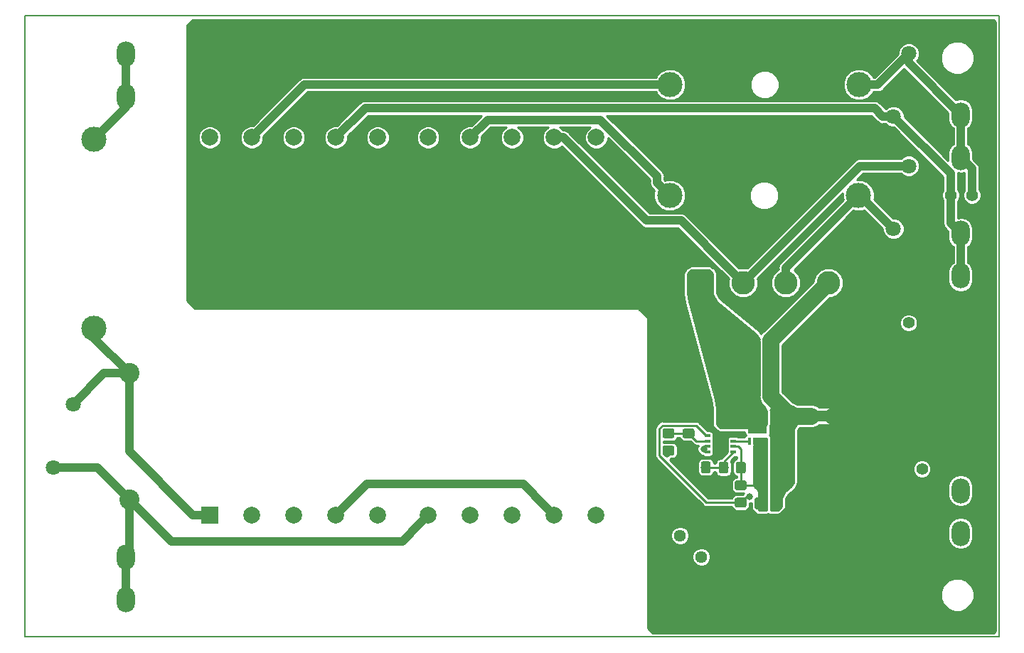
<source format=gbl>
G04 #@! TF.GenerationSoftware,KiCad,Pcbnew,(5.0.1-3-g963ef8bb5)*
G04 #@! TF.CreationDate,2018-12-29T16:31:47+01:00*
G04 #@! TF.ProjectId,c64-psu,6336342D7073752E6B696361645F7063,rev?*
G04 #@! TF.SameCoordinates,Original*
G04 #@! TF.FileFunction,Copper,L2,Bot,Signal*
G04 #@! TF.FilePolarity,Positive*
%FSLAX46Y46*%
G04 Gerber Fmt 4.6, Leading zero omitted, Abs format (unit mm)*
G04 Created by KiCad (PCBNEW (5.0.1-3-g963ef8bb5)) date Saturday, 29 December 2018 at 16:31:47*
%MOMM*%
%LPD*%
G01*
G04 APERTURE LIST*
G04 #@! TA.AperFunction,NonConductor*
%ADD10C,0.150000*%
G04 #@! TD*
G04 #@! TA.AperFunction,EtchedComponent*
%ADD11C,0.100000*%
G04 #@! TD*
G04 #@! TA.AperFunction,ComponentPad*
%ADD12C,1.800000*%
G04 #@! TD*
G04 #@! TA.AperFunction,ComponentPad*
%ADD13O,2.200000X3.000000*%
G04 #@! TD*
G04 #@! TA.AperFunction,SMDPad,CuDef*
%ADD14R,1.550000X2.400000*%
G04 #@! TD*
G04 #@! TA.AperFunction,SMDPad,CuDef*
%ADD15R,0.650000X0.350000*%
G04 #@! TD*
G04 #@! TA.AperFunction,ViaPad*
%ADD16C,0.600000*%
G04 #@! TD*
G04 #@! TA.AperFunction,Conductor*
%ADD17R,4.500000X2.950000*%
G04 #@! TD*
G04 #@! TA.AperFunction,ComponentPad*
%ADD18C,1.440000*%
G04 #@! TD*
G04 #@! TA.AperFunction,Conductor*
%ADD19C,0.100000*%
G04 #@! TD*
G04 #@! TA.AperFunction,SMDPad,CuDef*
%ADD20C,1.150000*%
G04 #@! TD*
G04 #@! TA.AperFunction,ComponentPad*
%ADD21C,1.400000*%
G04 #@! TD*
G04 #@! TA.AperFunction,ComponentPad*
%ADD22C,2.400000*%
G04 #@! TD*
G04 #@! TA.AperFunction,ComponentPad*
%ADD23R,2.400000X2.400000*%
G04 #@! TD*
G04 #@! TA.AperFunction,ComponentPad*
%ADD24C,3.000000*%
G04 #@! TD*
G04 #@! TA.AperFunction,ViaPad*
%ADD25C,1.300000*%
G04 #@! TD*
G04 #@! TA.AperFunction,ComponentPad*
%ADD26C,2.000000*%
G04 #@! TD*
G04 #@! TA.AperFunction,ComponentPad*
%ADD27R,2.000000X2.000000*%
G04 #@! TD*
G04 #@! TA.AperFunction,ComponentPad*
%ADD28R,2.800000X2.800000*%
G04 #@! TD*
G04 #@! TA.AperFunction,ComponentPad*
%ADD29C,2.800000*%
G04 #@! TD*
G04 #@! TA.AperFunction,SMDPad,CuDef*
%ADD30R,0.400000X0.830000*%
G04 #@! TD*
G04 #@! TA.AperFunction,SMDPad,CuDef*
%ADD31R,0.400000X0.750000*%
G04 #@! TD*
G04 #@! TA.AperFunction,SMDPad,CuDef*
%ADD32R,2.250000X1.850000*%
G04 #@! TD*
G04 #@! TA.AperFunction,SMDPad,CuDef*
%ADD33C,1.425000*%
G04 #@! TD*
G04 #@! TA.AperFunction,ViaPad*
%ADD34C,0.800000*%
G04 #@! TD*
G04 #@! TA.AperFunction,Conductor*
%ADD35C,2.000000*%
G04 #@! TD*
G04 #@! TA.AperFunction,Conductor*
%ADD36C,0.250000*%
G04 #@! TD*
G04 #@! TA.AperFunction,Conductor*
%ADD37C,1.000000*%
G04 #@! TD*
G04 #@! TA.AperFunction,Conductor*
%ADD38C,0.500000*%
G04 #@! TD*
G04 #@! TA.AperFunction,Conductor*
%ADD39C,0.254000*%
G04 #@! TD*
G04 APERTURE END LIST*
D10*
X89000000Y-136000000D02*
X89000000Y-62000000D01*
X205000000Y-136000000D02*
X89000000Y-136000000D01*
X205000000Y-62000000D02*
X205000000Y-136000000D01*
X89000000Y-62000000D02*
X205000000Y-62000000D01*
D11*
G04 #@! TO.C,NT1*
G36*
X182600000Y-109050000D02*
X185200000Y-109050000D01*
X185200000Y-110350000D01*
X182600000Y-110350000D01*
X182600000Y-109050000D01*
G37*
G04 #@! TD*
D12*
G04 #@! TO.P,RV2,1*
G04 #@! TO.N,/SEC1B*
X192400000Y-74000000D03*
G04 #@! TO.P,RV2,2*
G04 #@! TO.N,Net-(J4-Pad1)*
X194200000Y-66500000D03*
G04 #@! TD*
G04 #@! TO.P,RV1,1*
G04 #@! TO.N,/PRI1A*
X94700000Y-108300000D03*
G04 #@! TO.P,RV1,2*
G04 #@! TO.N,/PRI2A*
X92400000Y-115800000D03*
G04 #@! TD*
D13*
G04 #@! TO.P,J3,1*
G04 #@! TO.N,/PRI2A*
X101000000Y-131580000D03*
X101000000Y-126500000D03*
G04 #@! TD*
D14*
G04 #@! TO.P,U2,9*
G04 #@! TO.N,GND*
X171800000Y-113000000D03*
D15*
G04 #@! TO.P,U2,8*
G04 #@! TO.N,Net-(R3-Pad2)*
X173350000Y-113975000D03*
G04 #@! TO.P,U2,7*
G04 #@! TO.N,/VIN*
X173350000Y-113325000D03*
G04 #@! TO.P,U2,6*
G04 #@! TO.N,/Gate*
X173350000Y-112675000D03*
G04 #@! TO.P,U2,5*
G04 #@! TO.N,GND*
X173350000Y-112025000D03*
G04 #@! TO.P,U2,4*
G04 #@! TO.N,Net-(Ren1-Pad1)*
X170250000Y-112025000D03*
G04 #@! TO.P,U2,3*
G04 #@! TO.N,Net-(R2-Pad2)*
X170250000Y-112675000D03*
G04 #@! TO.P,U2,2*
G04 #@! TO.N,/Vd*
X170250000Y-113325000D03*
G04 #@! TO.P,U2,1*
X170250000Y-113975000D03*
G04 #@! TD*
D16*
G04 #@! TO.N,GND*
G04 #@! TO.C,U1*
X174400000Y-123400000D03*
X175500000Y-123400000D03*
X175500000Y-122200000D03*
X174400000Y-122200000D03*
X178000000Y-123400000D03*
X176800000Y-123400000D03*
X176800000Y-122200000D03*
X178000000Y-122200000D03*
D17*
X176200000Y-122800000D03*
G04 #@! TD*
D18*
G04 #@! TO.P,TRIM1,3*
G04 #@! TO.N,GND*
X167000000Y-129000000D03*
G04 #@! TO.P,TRIM1,2*
G04 #@! TO.N,Net-(Rfbb1-Pad2)*
X169540000Y-126460000D03*
G04 #@! TO.P,TRIM1,1*
G04 #@! TO.N,Net-(TRIM1-Pad1)*
X167000000Y-123920000D03*
G04 #@! TD*
D19*
G04 #@! TO.N,GND*
G04 #@! TO.C,R5*
G36*
X168349505Y-115101204D02*
X168373773Y-115104804D01*
X168397572Y-115110765D01*
X168420671Y-115119030D01*
X168442850Y-115129520D01*
X168463893Y-115142132D01*
X168483599Y-115156747D01*
X168501777Y-115173223D01*
X168518253Y-115191401D01*
X168532868Y-115211107D01*
X168545480Y-115232150D01*
X168555970Y-115254329D01*
X168564235Y-115277428D01*
X168570196Y-115301227D01*
X168573796Y-115325495D01*
X168575000Y-115349999D01*
X168575000Y-116250001D01*
X168573796Y-116274505D01*
X168570196Y-116298773D01*
X168564235Y-116322572D01*
X168555970Y-116345671D01*
X168545480Y-116367850D01*
X168532868Y-116388893D01*
X168518253Y-116408599D01*
X168501777Y-116426777D01*
X168483599Y-116443253D01*
X168463893Y-116457868D01*
X168442850Y-116470480D01*
X168420671Y-116480970D01*
X168397572Y-116489235D01*
X168373773Y-116495196D01*
X168349505Y-116498796D01*
X168325001Y-116500000D01*
X167674999Y-116500000D01*
X167650495Y-116498796D01*
X167626227Y-116495196D01*
X167602428Y-116489235D01*
X167579329Y-116480970D01*
X167557150Y-116470480D01*
X167536107Y-116457868D01*
X167516401Y-116443253D01*
X167498223Y-116426777D01*
X167481747Y-116408599D01*
X167467132Y-116388893D01*
X167454520Y-116367850D01*
X167444030Y-116345671D01*
X167435765Y-116322572D01*
X167429804Y-116298773D01*
X167426204Y-116274505D01*
X167425000Y-116250001D01*
X167425000Y-115349999D01*
X167426204Y-115325495D01*
X167429804Y-115301227D01*
X167435765Y-115277428D01*
X167444030Y-115254329D01*
X167454520Y-115232150D01*
X167467132Y-115211107D01*
X167481747Y-115191401D01*
X167498223Y-115173223D01*
X167516401Y-115156747D01*
X167536107Y-115142132D01*
X167557150Y-115129520D01*
X167579329Y-115119030D01*
X167602428Y-115110765D01*
X167626227Y-115104804D01*
X167650495Y-115101204D01*
X167674999Y-115100000D01*
X168325001Y-115100000D01*
X168349505Y-115101204D01*
X168349505Y-115101204D01*
G37*
D20*
G04 #@! TD*
G04 #@! TO.P,R5,2*
G04 #@! TO.N,GND*
X168000000Y-115800000D03*
D19*
G04 #@! TO.N,Net-(R3-Pad2)*
G04 #@! TO.C,R5*
G36*
X170399505Y-115101204D02*
X170423773Y-115104804D01*
X170447572Y-115110765D01*
X170470671Y-115119030D01*
X170492850Y-115129520D01*
X170513893Y-115142132D01*
X170533599Y-115156747D01*
X170551777Y-115173223D01*
X170568253Y-115191401D01*
X170582868Y-115211107D01*
X170595480Y-115232150D01*
X170605970Y-115254329D01*
X170614235Y-115277428D01*
X170620196Y-115301227D01*
X170623796Y-115325495D01*
X170625000Y-115349999D01*
X170625000Y-116250001D01*
X170623796Y-116274505D01*
X170620196Y-116298773D01*
X170614235Y-116322572D01*
X170605970Y-116345671D01*
X170595480Y-116367850D01*
X170582868Y-116388893D01*
X170568253Y-116408599D01*
X170551777Y-116426777D01*
X170533599Y-116443253D01*
X170513893Y-116457868D01*
X170492850Y-116470480D01*
X170470671Y-116480970D01*
X170447572Y-116489235D01*
X170423773Y-116495196D01*
X170399505Y-116498796D01*
X170375001Y-116500000D01*
X169724999Y-116500000D01*
X169700495Y-116498796D01*
X169676227Y-116495196D01*
X169652428Y-116489235D01*
X169629329Y-116480970D01*
X169607150Y-116470480D01*
X169586107Y-116457868D01*
X169566401Y-116443253D01*
X169548223Y-116426777D01*
X169531747Y-116408599D01*
X169517132Y-116388893D01*
X169504520Y-116367850D01*
X169494030Y-116345671D01*
X169485765Y-116322572D01*
X169479804Y-116298773D01*
X169476204Y-116274505D01*
X169475000Y-116250001D01*
X169475000Y-115349999D01*
X169476204Y-115325495D01*
X169479804Y-115301227D01*
X169485765Y-115277428D01*
X169494030Y-115254329D01*
X169504520Y-115232150D01*
X169517132Y-115211107D01*
X169531747Y-115191401D01*
X169548223Y-115173223D01*
X169566401Y-115156747D01*
X169586107Y-115142132D01*
X169607150Y-115129520D01*
X169629329Y-115119030D01*
X169652428Y-115110765D01*
X169676227Y-115104804D01*
X169700495Y-115101204D01*
X169724999Y-115100000D01*
X170375001Y-115100000D01*
X170399505Y-115101204D01*
X170399505Y-115101204D01*
G37*
D20*
G04 #@! TD*
G04 #@! TO.P,R5,1*
G04 #@! TO.N,Net-(R3-Pad2)*
X170050000Y-115800000D03*
D21*
G04 #@! TO.P,TP1,2*
G04 #@! TO.N,Net-(J4-Pad1)*
X201740000Y-83400000D03*
G04 #@! TO.P,TP1,1*
G04 #@! TO.N,/SEC1B*
X199200000Y-83400000D03*
G04 #@! TD*
G04 #@! TO.P,TP3,2*
G04 #@! TO.N,GND*
X195800000Y-113460000D03*
G04 #@! TO.P,TP3,1*
G04 #@! TO.N,/VOUT*
X195800000Y-116000000D03*
G04 #@! TD*
D12*
G04 #@! TO.P,RV3,2*
G04 #@! TO.N,Net-(D1-Pad3)*
X192400000Y-87400000D03*
G04 #@! TO.P,RV3,1*
G04 #@! TO.N,/SEC2B*
X194200000Y-79900000D03*
G04 #@! TD*
D13*
G04 #@! TO.P,J5,1*
G04 #@! TO.N,/VOUT*
X200400000Y-118600000D03*
X200400000Y-123680000D03*
G04 #@! TD*
G04 #@! TO.P,J2,1*
G04 #@! TO.N,Net-(J2-Pad1)*
X101000000Y-66520000D03*
X101000000Y-71600000D03*
G04 #@! TD*
G04 #@! TO.P,J1,1*
G04 #@! TO.N,/SEC1B*
X200400000Y-87920000D03*
X200400000Y-93000000D03*
G04 #@! TD*
G04 #@! TO.P,J6,1*
G04 #@! TO.N,GND*
X200400000Y-106600000D03*
X200400000Y-111680000D03*
G04 #@! TD*
G04 #@! TO.P,J4,1*
G04 #@! TO.N,Net-(J4-Pad1)*
X200400000Y-73800000D03*
X200400000Y-78880000D03*
G04 #@! TD*
D21*
G04 #@! TO.P,TP2,2*
G04 #@! TO.N,GND*
X194200000Y-101140000D03*
G04 #@! TO.P,TP2,1*
G04 #@! TO.N,/Vd*
X194200000Y-98600000D03*
G04 #@! TD*
D22*
G04 #@! TO.P,C2,2*
G04 #@! TO.N,GNDPWR*
X180000000Y-109600000D03*
D23*
G04 #@! TO.P,C2,1*
G04 #@! TO.N,/Vd*
X172500000Y-109600000D03*
G04 #@! TD*
D24*
G04 #@! TO.P,XF2,2*
G04 #@! TO.N,/SEC1A*
X165800000Y-70200000D03*
G04 #@! TO.P,XF2,1*
G04 #@! TO.N,Net-(J4-Pad1)*
X188300000Y-70200000D03*
G04 #@! TD*
G04 #@! TO.P,XF1,2*
G04 #@! TO.N,/PRI1A*
X97200000Y-99200000D03*
G04 #@! TO.P,XF1,1*
G04 #@! TO.N,Net-(J2-Pad1)*
X97200000Y-76700000D03*
G04 #@! TD*
G04 #@! TO.P,XF3,2*
G04 #@! TO.N,/SEC2A*
X165750000Y-83400000D03*
G04 #@! TO.P,XF3,1*
G04 #@! TO.N,Net-(D1-Pad3)*
X188250000Y-83400000D03*
G04 #@! TD*
D25*
G04 #@! TO.N,GND*
G04 #@! TO.C,NT1*
X185200000Y-109700000D03*
G04 #@! TO.N,GNDPWR*
X182600000Y-109700000D03*
G04 #@! TD*
D26*
G04 #@! TO.P,TR1,20*
G04 #@! TO.N,N/C*
X111000000Y-76500000D03*
G04 #@! TO.P,TR1,19*
G04 #@! TO.N,/SEC1A*
X116000000Y-76500000D03*
G04 #@! TO.P,TR1,18*
G04 #@! TO.N,N/C*
X121000000Y-76500000D03*
G04 #@! TO.P,TR1,17*
G04 #@! TO.N,/SEC1B*
X126000000Y-76500000D03*
G04 #@! TO.P,TR1,16*
G04 #@! TO.N,N/C*
X131000000Y-76500000D03*
G04 #@! TO.P,TR1,15*
X137000000Y-76500000D03*
G04 #@! TO.P,TR1,14*
G04 #@! TO.N,/SEC2A*
X142000000Y-76500000D03*
G04 #@! TO.P,TR1,13*
G04 #@! TO.N,N/C*
X147000000Y-76500000D03*
G04 #@! TO.P,TR1,12*
G04 #@! TO.N,/SEC2B*
X152000000Y-76500000D03*
G04 #@! TO.P,TR1,11*
G04 #@! TO.N,N/C*
X157000000Y-76500000D03*
G04 #@! TO.P,TR1,10*
X157000000Y-121500000D03*
G04 #@! TO.P,TR1,9*
G04 #@! TO.N,/PRI1B*
X152000000Y-121500000D03*
G04 #@! TO.P,TR1,8*
G04 #@! TO.N,N/C*
X147000000Y-121500000D03*
G04 #@! TO.P,TR1,7*
X142000000Y-121500000D03*
G04 #@! TO.P,TR1,6*
G04 #@! TO.N,/PRI2A*
X137000000Y-121500000D03*
G04 #@! TO.P,TR1,5*
G04 #@! TO.N,N/C*
X131000000Y-121500000D03*
G04 #@! TO.P,TR1,4*
G04 #@! TO.N,/PRI1B*
X126000000Y-121500000D03*
G04 #@! TO.P,TR1,3*
G04 #@! TO.N,N/C*
X121000000Y-121500000D03*
G04 #@! TO.P,TR1,2*
X116000000Y-121500000D03*
D27*
G04 #@! TO.P,TR1,1*
G04 #@! TO.N,/PRI1A*
X111000000Y-121500000D03*
G04 #@! TD*
D28*
G04 #@! TO.P,D1,1*
G04 #@! TO.N,/Vd*
X169420000Y-93800000D03*
D29*
G04 #@! TO.P,D1,2*
G04 #@! TO.N,/SEC2B*
X174500000Y-93800000D03*
G04 #@! TO.P,D1,3*
G04 #@! TO.N,Net-(D1-Pad3)*
X179580000Y-93800000D03*
G04 #@! TO.P,D1,4*
G04 #@! TO.N,GNDPWR*
X184660000Y-93800000D03*
G04 #@! TD*
D30*
G04 #@! TO.P,Q1,2*
G04 #@! TO.N,/Gate*
X175225000Y-112735000D03*
D31*
G04 #@! TO.P,Q1,3*
G04 #@! TO.N,/Vd*
X175875000Y-109625000D03*
D32*
X176200000Y-110795000D03*
D30*
G04 #@! TO.P,Q1,1*
G04 #@! TO.N,/VIN*
X175875000Y-112735000D03*
X177175000Y-112735000D03*
X176525000Y-112735000D03*
D31*
G04 #@! TO.P,Q1,3*
G04 #@! TO.N,/Vd*
X176525000Y-109625000D03*
X175225000Y-109625000D03*
X177175000Y-109625000D03*
G04 #@! TD*
D19*
G04 #@! TO.N,GNDPWR*
G04 #@! TO.C,Cinx1*
G36*
X178849505Y-119401204D02*
X178873773Y-119404804D01*
X178897572Y-119410765D01*
X178920671Y-119419030D01*
X178942850Y-119429520D01*
X178963893Y-119442132D01*
X178983599Y-119456747D01*
X179001777Y-119473223D01*
X179018253Y-119491401D01*
X179032868Y-119511107D01*
X179045480Y-119532150D01*
X179055970Y-119554329D01*
X179064235Y-119577428D01*
X179070196Y-119601227D01*
X179073796Y-119625495D01*
X179075000Y-119649999D01*
X179075000Y-120550001D01*
X179073796Y-120574505D01*
X179070196Y-120598773D01*
X179064235Y-120622572D01*
X179055970Y-120645671D01*
X179045480Y-120667850D01*
X179032868Y-120688893D01*
X179018253Y-120708599D01*
X179001777Y-120726777D01*
X178983599Y-120743253D01*
X178963893Y-120757868D01*
X178942850Y-120770480D01*
X178920671Y-120780970D01*
X178897572Y-120789235D01*
X178873773Y-120795196D01*
X178849505Y-120798796D01*
X178825001Y-120800000D01*
X178174999Y-120800000D01*
X178150495Y-120798796D01*
X178126227Y-120795196D01*
X178102428Y-120789235D01*
X178079329Y-120780970D01*
X178057150Y-120770480D01*
X178036107Y-120757868D01*
X178016401Y-120743253D01*
X177998223Y-120726777D01*
X177981747Y-120708599D01*
X177967132Y-120688893D01*
X177954520Y-120667850D01*
X177944030Y-120645671D01*
X177935765Y-120622572D01*
X177929804Y-120598773D01*
X177926204Y-120574505D01*
X177925000Y-120550001D01*
X177925000Y-119649999D01*
X177926204Y-119625495D01*
X177929804Y-119601227D01*
X177935765Y-119577428D01*
X177944030Y-119554329D01*
X177954520Y-119532150D01*
X177967132Y-119511107D01*
X177981747Y-119491401D01*
X177998223Y-119473223D01*
X178016401Y-119456747D01*
X178036107Y-119442132D01*
X178057150Y-119429520D01*
X178079329Y-119419030D01*
X178102428Y-119410765D01*
X178126227Y-119404804D01*
X178150495Y-119401204D01*
X178174999Y-119400000D01*
X178825001Y-119400000D01*
X178849505Y-119401204D01*
X178849505Y-119401204D01*
G37*
D20*
G04 #@! TD*
G04 #@! TO.P,Cinx1,2*
G04 #@! TO.N,GNDPWR*
X178500000Y-120100000D03*
D19*
G04 #@! TO.N,/VIN*
G04 #@! TO.C,Cinx1*
G36*
X176799505Y-119401204D02*
X176823773Y-119404804D01*
X176847572Y-119410765D01*
X176870671Y-119419030D01*
X176892850Y-119429520D01*
X176913893Y-119442132D01*
X176933599Y-119456747D01*
X176951777Y-119473223D01*
X176968253Y-119491401D01*
X176982868Y-119511107D01*
X176995480Y-119532150D01*
X177005970Y-119554329D01*
X177014235Y-119577428D01*
X177020196Y-119601227D01*
X177023796Y-119625495D01*
X177025000Y-119649999D01*
X177025000Y-120550001D01*
X177023796Y-120574505D01*
X177020196Y-120598773D01*
X177014235Y-120622572D01*
X177005970Y-120645671D01*
X176995480Y-120667850D01*
X176982868Y-120688893D01*
X176968253Y-120708599D01*
X176951777Y-120726777D01*
X176933599Y-120743253D01*
X176913893Y-120757868D01*
X176892850Y-120770480D01*
X176870671Y-120780970D01*
X176847572Y-120789235D01*
X176823773Y-120795196D01*
X176799505Y-120798796D01*
X176775001Y-120800000D01*
X176124999Y-120800000D01*
X176100495Y-120798796D01*
X176076227Y-120795196D01*
X176052428Y-120789235D01*
X176029329Y-120780970D01*
X176007150Y-120770480D01*
X175986107Y-120757868D01*
X175966401Y-120743253D01*
X175948223Y-120726777D01*
X175931747Y-120708599D01*
X175917132Y-120688893D01*
X175904520Y-120667850D01*
X175894030Y-120645671D01*
X175885765Y-120622572D01*
X175879804Y-120598773D01*
X175876204Y-120574505D01*
X175875000Y-120550001D01*
X175875000Y-119649999D01*
X175876204Y-119625495D01*
X175879804Y-119601227D01*
X175885765Y-119577428D01*
X175894030Y-119554329D01*
X175904520Y-119532150D01*
X175917132Y-119511107D01*
X175931747Y-119491401D01*
X175948223Y-119473223D01*
X175966401Y-119456747D01*
X175986107Y-119442132D01*
X176007150Y-119429520D01*
X176029329Y-119419030D01*
X176052428Y-119410765D01*
X176076227Y-119404804D01*
X176100495Y-119401204D01*
X176124999Y-119400000D01*
X176775001Y-119400000D01*
X176799505Y-119401204D01*
X176799505Y-119401204D01*
G37*
D20*
G04 #@! TD*
G04 #@! TO.P,Cinx1,1*
G04 #@! TO.N,/VIN*
X176450000Y-120100000D03*
D19*
G04 #@! TO.N,GNDPWR*
G04 #@! TO.C,Cin1*
G36*
X179974504Y-116626204D02*
X179998773Y-116629804D01*
X180022571Y-116635765D01*
X180045671Y-116644030D01*
X180067849Y-116654520D01*
X180088893Y-116667133D01*
X180108598Y-116681747D01*
X180126777Y-116698223D01*
X180143253Y-116716402D01*
X180157867Y-116736107D01*
X180170480Y-116757151D01*
X180180970Y-116779329D01*
X180189235Y-116802429D01*
X180195196Y-116826227D01*
X180198796Y-116850496D01*
X180200000Y-116875000D01*
X180200000Y-118125000D01*
X180198796Y-118149504D01*
X180195196Y-118173773D01*
X180189235Y-118197571D01*
X180180970Y-118220671D01*
X180170480Y-118242849D01*
X180157867Y-118263893D01*
X180143253Y-118283598D01*
X180126777Y-118301777D01*
X180108598Y-118318253D01*
X180088893Y-118332867D01*
X180067849Y-118345480D01*
X180045671Y-118355970D01*
X180022571Y-118364235D01*
X179998773Y-118370196D01*
X179974504Y-118373796D01*
X179950000Y-118375000D01*
X179025000Y-118375000D01*
X179000496Y-118373796D01*
X178976227Y-118370196D01*
X178952429Y-118364235D01*
X178929329Y-118355970D01*
X178907151Y-118345480D01*
X178886107Y-118332867D01*
X178866402Y-118318253D01*
X178848223Y-118301777D01*
X178831747Y-118283598D01*
X178817133Y-118263893D01*
X178804520Y-118242849D01*
X178794030Y-118220671D01*
X178785765Y-118197571D01*
X178779804Y-118173773D01*
X178776204Y-118149504D01*
X178775000Y-118125000D01*
X178775000Y-116875000D01*
X178776204Y-116850496D01*
X178779804Y-116826227D01*
X178785765Y-116802429D01*
X178794030Y-116779329D01*
X178804520Y-116757151D01*
X178817133Y-116736107D01*
X178831747Y-116716402D01*
X178848223Y-116698223D01*
X178866402Y-116681747D01*
X178886107Y-116667133D01*
X178907151Y-116654520D01*
X178929329Y-116644030D01*
X178952429Y-116635765D01*
X178976227Y-116629804D01*
X179000496Y-116626204D01*
X179025000Y-116625000D01*
X179950000Y-116625000D01*
X179974504Y-116626204D01*
X179974504Y-116626204D01*
G37*
D33*
G04 #@! TD*
G04 #@! TO.P,Cin1,2*
G04 #@! TO.N,GNDPWR*
X179487500Y-117500000D03*
D19*
G04 #@! TO.N,/VIN*
G04 #@! TO.C,Cin1*
G36*
X176999504Y-116626204D02*
X177023773Y-116629804D01*
X177047571Y-116635765D01*
X177070671Y-116644030D01*
X177092849Y-116654520D01*
X177113893Y-116667133D01*
X177133598Y-116681747D01*
X177151777Y-116698223D01*
X177168253Y-116716402D01*
X177182867Y-116736107D01*
X177195480Y-116757151D01*
X177205970Y-116779329D01*
X177214235Y-116802429D01*
X177220196Y-116826227D01*
X177223796Y-116850496D01*
X177225000Y-116875000D01*
X177225000Y-118125000D01*
X177223796Y-118149504D01*
X177220196Y-118173773D01*
X177214235Y-118197571D01*
X177205970Y-118220671D01*
X177195480Y-118242849D01*
X177182867Y-118263893D01*
X177168253Y-118283598D01*
X177151777Y-118301777D01*
X177133598Y-118318253D01*
X177113893Y-118332867D01*
X177092849Y-118345480D01*
X177070671Y-118355970D01*
X177047571Y-118364235D01*
X177023773Y-118370196D01*
X176999504Y-118373796D01*
X176975000Y-118375000D01*
X176050000Y-118375000D01*
X176025496Y-118373796D01*
X176001227Y-118370196D01*
X175977429Y-118364235D01*
X175954329Y-118355970D01*
X175932151Y-118345480D01*
X175911107Y-118332867D01*
X175891402Y-118318253D01*
X175873223Y-118301777D01*
X175856747Y-118283598D01*
X175842133Y-118263893D01*
X175829520Y-118242849D01*
X175819030Y-118220671D01*
X175810765Y-118197571D01*
X175804804Y-118173773D01*
X175801204Y-118149504D01*
X175800000Y-118125000D01*
X175800000Y-116875000D01*
X175801204Y-116850496D01*
X175804804Y-116826227D01*
X175810765Y-116802429D01*
X175819030Y-116779329D01*
X175829520Y-116757151D01*
X175842133Y-116736107D01*
X175856747Y-116716402D01*
X175873223Y-116698223D01*
X175891402Y-116681747D01*
X175911107Y-116667133D01*
X175932151Y-116654520D01*
X175954329Y-116644030D01*
X175977429Y-116635765D01*
X176001227Y-116629804D01*
X176025496Y-116626204D01*
X176050000Y-116625000D01*
X176975000Y-116625000D01*
X176999504Y-116626204D01*
X176999504Y-116626204D01*
G37*
D33*
G04 #@! TD*
G04 #@! TO.P,Cin1,1*
G04 #@! TO.N,/VIN*
X176512500Y-117500000D03*
D19*
G04 #@! TO.N,/VIN*
G04 #@! TO.C,Ren1*
G36*
X174674505Y-117376204D02*
X174698773Y-117379804D01*
X174722572Y-117385765D01*
X174745671Y-117394030D01*
X174767850Y-117404520D01*
X174788893Y-117417132D01*
X174808599Y-117431747D01*
X174826777Y-117448223D01*
X174843253Y-117466401D01*
X174857868Y-117486107D01*
X174870480Y-117507150D01*
X174880970Y-117529329D01*
X174889235Y-117552428D01*
X174895196Y-117576227D01*
X174898796Y-117600495D01*
X174900000Y-117624999D01*
X174900000Y-118275001D01*
X174898796Y-118299505D01*
X174895196Y-118323773D01*
X174889235Y-118347572D01*
X174880970Y-118370671D01*
X174870480Y-118392850D01*
X174857868Y-118413893D01*
X174843253Y-118433599D01*
X174826777Y-118451777D01*
X174808599Y-118468253D01*
X174788893Y-118482868D01*
X174767850Y-118495480D01*
X174745671Y-118505970D01*
X174722572Y-118514235D01*
X174698773Y-118520196D01*
X174674505Y-118523796D01*
X174650001Y-118525000D01*
X173749999Y-118525000D01*
X173725495Y-118523796D01*
X173701227Y-118520196D01*
X173677428Y-118514235D01*
X173654329Y-118505970D01*
X173632150Y-118495480D01*
X173611107Y-118482868D01*
X173591401Y-118468253D01*
X173573223Y-118451777D01*
X173556747Y-118433599D01*
X173542132Y-118413893D01*
X173529520Y-118392850D01*
X173519030Y-118370671D01*
X173510765Y-118347572D01*
X173504804Y-118323773D01*
X173501204Y-118299505D01*
X173500000Y-118275001D01*
X173500000Y-117624999D01*
X173501204Y-117600495D01*
X173504804Y-117576227D01*
X173510765Y-117552428D01*
X173519030Y-117529329D01*
X173529520Y-117507150D01*
X173542132Y-117486107D01*
X173556747Y-117466401D01*
X173573223Y-117448223D01*
X173591401Y-117431747D01*
X173611107Y-117417132D01*
X173632150Y-117404520D01*
X173654329Y-117394030D01*
X173677428Y-117385765D01*
X173701227Y-117379804D01*
X173725495Y-117376204D01*
X173749999Y-117375000D01*
X174650001Y-117375000D01*
X174674505Y-117376204D01*
X174674505Y-117376204D01*
G37*
D20*
G04 #@! TD*
G04 #@! TO.P,Ren1,2*
G04 #@! TO.N,/VIN*
X174200000Y-117950000D03*
D19*
G04 #@! TO.N,Net-(Ren1-Pad1)*
G04 #@! TO.C,Ren1*
G36*
X174674505Y-119426204D02*
X174698773Y-119429804D01*
X174722572Y-119435765D01*
X174745671Y-119444030D01*
X174767850Y-119454520D01*
X174788893Y-119467132D01*
X174808599Y-119481747D01*
X174826777Y-119498223D01*
X174843253Y-119516401D01*
X174857868Y-119536107D01*
X174870480Y-119557150D01*
X174880970Y-119579329D01*
X174889235Y-119602428D01*
X174895196Y-119626227D01*
X174898796Y-119650495D01*
X174900000Y-119674999D01*
X174900000Y-120325001D01*
X174898796Y-120349505D01*
X174895196Y-120373773D01*
X174889235Y-120397572D01*
X174880970Y-120420671D01*
X174870480Y-120442850D01*
X174857868Y-120463893D01*
X174843253Y-120483599D01*
X174826777Y-120501777D01*
X174808599Y-120518253D01*
X174788893Y-120532868D01*
X174767850Y-120545480D01*
X174745671Y-120555970D01*
X174722572Y-120564235D01*
X174698773Y-120570196D01*
X174674505Y-120573796D01*
X174650001Y-120575000D01*
X173749999Y-120575000D01*
X173725495Y-120573796D01*
X173701227Y-120570196D01*
X173677428Y-120564235D01*
X173654329Y-120555970D01*
X173632150Y-120545480D01*
X173611107Y-120532868D01*
X173591401Y-120518253D01*
X173573223Y-120501777D01*
X173556747Y-120483599D01*
X173542132Y-120463893D01*
X173529520Y-120442850D01*
X173519030Y-120420671D01*
X173510765Y-120397572D01*
X173504804Y-120373773D01*
X173501204Y-120349505D01*
X173500000Y-120325001D01*
X173500000Y-119674999D01*
X173501204Y-119650495D01*
X173504804Y-119626227D01*
X173510765Y-119602428D01*
X173519030Y-119579329D01*
X173529520Y-119557150D01*
X173542132Y-119536107D01*
X173556747Y-119516401D01*
X173573223Y-119498223D01*
X173591401Y-119481747D01*
X173611107Y-119467132D01*
X173632150Y-119454520D01*
X173654329Y-119444030D01*
X173677428Y-119435765D01*
X173701227Y-119429804D01*
X173725495Y-119426204D01*
X173749999Y-119425000D01*
X174650001Y-119425000D01*
X174674505Y-119426204D01*
X174674505Y-119426204D01*
G37*
D20*
G04 #@! TD*
G04 #@! TO.P,Ren1,1*
G04 #@! TO.N,Net-(Ren1-Pad1)*
X174200000Y-120000000D03*
D19*
G04 #@! TO.N,GND*
G04 #@! TO.C,R4*
G36*
X168474505Y-113226204D02*
X168498773Y-113229804D01*
X168522572Y-113235765D01*
X168545671Y-113244030D01*
X168567850Y-113254520D01*
X168588893Y-113267132D01*
X168608599Y-113281747D01*
X168626777Y-113298223D01*
X168643253Y-113316401D01*
X168657868Y-113336107D01*
X168670480Y-113357150D01*
X168680970Y-113379329D01*
X168689235Y-113402428D01*
X168695196Y-113426227D01*
X168698796Y-113450495D01*
X168700000Y-113474999D01*
X168700000Y-114125001D01*
X168698796Y-114149505D01*
X168695196Y-114173773D01*
X168689235Y-114197572D01*
X168680970Y-114220671D01*
X168670480Y-114242850D01*
X168657868Y-114263893D01*
X168643253Y-114283599D01*
X168626777Y-114301777D01*
X168608599Y-114318253D01*
X168588893Y-114332868D01*
X168567850Y-114345480D01*
X168545671Y-114355970D01*
X168522572Y-114364235D01*
X168498773Y-114370196D01*
X168474505Y-114373796D01*
X168450001Y-114375000D01*
X167549999Y-114375000D01*
X167525495Y-114373796D01*
X167501227Y-114370196D01*
X167477428Y-114364235D01*
X167454329Y-114355970D01*
X167432150Y-114345480D01*
X167411107Y-114332868D01*
X167391401Y-114318253D01*
X167373223Y-114301777D01*
X167356747Y-114283599D01*
X167342132Y-114263893D01*
X167329520Y-114242850D01*
X167319030Y-114220671D01*
X167310765Y-114197572D01*
X167304804Y-114173773D01*
X167301204Y-114149505D01*
X167300000Y-114125001D01*
X167300000Y-113474999D01*
X167301204Y-113450495D01*
X167304804Y-113426227D01*
X167310765Y-113402428D01*
X167319030Y-113379329D01*
X167329520Y-113357150D01*
X167342132Y-113336107D01*
X167356747Y-113316401D01*
X167373223Y-113298223D01*
X167391401Y-113281747D01*
X167411107Y-113267132D01*
X167432150Y-113254520D01*
X167454329Y-113244030D01*
X167477428Y-113235765D01*
X167501227Y-113229804D01*
X167525495Y-113226204D01*
X167549999Y-113225000D01*
X168450001Y-113225000D01*
X168474505Y-113226204D01*
X168474505Y-113226204D01*
G37*
D20*
G04 #@! TD*
G04 #@! TO.P,R4,2*
G04 #@! TO.N,GND*
X168000000Y-113800000D03*
D19*
G04 #@! TO.N,Net-(R2-Pad2)*
G04 #@! TO.C,R4*
G36*
X168474505Y-111176204D02*
X168498773Y-111179804D01*
X168522572Y-111185765D01*
X168545671Y-111194030D01*
X168567850Y-111204520D01*
X168588893Y-111217132D01*
X168608599Y-111231747D01*
X168626777Y-111248223D01*
X168643253Y-111266401D01*
X168657868Y-111286107D01*
X168670480Y-111307150D01*
X168680970Y-111329329D01*
X168689235Y-111352428D01*
X168695196Y-111376227D01*
X168698796Y-111400495D01*
X168700000Y-111424999D01*
X168700000Y-112075001D01*
X168698796Y-112099505D01*
X168695196Y-112123773D01*
X168689235Y-112147572D01*
X168680970Y-112170671D01*
X168670480Y-112192850D01*
X168657868Y-112213893D01*
X168643253Y-112233599D01*
X168626777Y-112251777D01*
X168608599Y-112268253D01*
X168588893Y-112282868D01*
X168567850Y-112295480D01*
X168545671Y-112305970D01*
X168522572Y-112314235D01*
X168498773Y-112320196D01*
X168474505Y-112323796D01*
X168450001Y-112325000D01*
X167549999Y-112325000D01*
X167525495Y-112323796D01*
X167501227Y-112320196D01*
X167477428Y-112314235D01*
X167454329Y-112305970D01*
X167432150Y-112295480D01*
X167411107Y-112282868D01*
X167391401Y-112268253D01*
X167373223Y-112251777D01*
X167356747Y-112233599D01*
X167342132Y-112213893D01*
X167329520Y-112192850D01*
X167319030Y-112170671D01*
X167310765Y-112147572D01*
X167304804Y-112123773D01*
X167301204Y-112099505D01*
X167300000Y-112075001D01*
X167300000Y-111424999D01*
X167301204Y-111400495D01*
X167304804Y-111376227D01*
X167310765Y-111352428D01*
X167319030Y-111329329D01*
X167329520Y-111307150D01*
X167342132Y-111286107D01*
X167356747Y-111266401D01*
X167373223Y-111248223D01*
X167391401Y-111231747D01*
X167411107Y-111217132D01*
X167432150Y-111204520D01*
X167454329Y-111194030D01*
X167477428Y-111185765D01*
X167501227Y-111179804D01*
X167525495Y-111176204D01*
X167549999Y-111175000D01*
X168450001Y-111175000D01*
X168474505Y-111176204D01*
X168474505Y-111176204D01*
G37*
D20*
G04 #@! TD*
G04 #@! TO.P,R4,1*
G04 #@! TO.N,Net-(R2-Pad2)*
X168000000Y-111750000D03*
D19*
G04 #@! TO.N,Net-(R3-Pad2)*
G04 #@! TO.C,R3*
G36*
X172524505Y-115126204D02*
X172548773Y-115129804D01*
X172572572Y-115135765D01*
X172595671Y-115144030D01*
X172617850Y-115154520D01*
X172638893Y-115167132D01*
X172658599Y-115181747D01*
X172676777Y-115198223D01*
X172693253Y-115216401D01*
X172707868Y-115236107D01*
X172720480Y-115257150D01*
X172730970Y-115279329D01*
X172739235Y-115302428D01*
X172745196Y-115326227D01*
X172748796Y-115350495D01*
X172750000Y-115374999D01*
X172750000Y-116275001D01*
X172748796Y-116299505D01*
X172745196Y-116323773D01*
X172739235Y-116347572D01*
X172730970Y-116370671D01*
X172720480Y-116392850D01*
X172707868Y-116413893D01*
X172693253Y-116433599D01*
X172676777Y-116451777D01*
X172658599Y-116468253D01*
X172638893Y-116482868D01*
X172617850Y-116495480D01*
X172595671Y-116505970D01*
X172572572Y-116514235D01*
X172548773Y-116520196D01*
X172524505Y-116523796D01*
X172500001Y-116525000D01*
X171849999Y-116525000D01*
X171825495Y-116523796D01*
X171801227Y-116520196D01*
X171777428Y-116514235D01*
X171754329Y-116505970D01*
X171732150Y-116495480D01*
X171711107Y-116482868D01*
X171691401Y-116468253D01*
X171673223Y-116451777D01*
X171656747Y-116433599D01*
X171642132Y-116413893D01*
X171629520Y-116392850D01*
X171619030Y-116370671D01*
X171610765Y-116347572D01*
X171604804Y-116323773D01*
X171601204Y-116299505D01*
X171600000Y-116275001D01*
X171600000Y-115374999D01*
X171601204Y-115350495D01*
X171604804Y-115326227D01*
X171610765Y-115302428D01*
X171619030Y-115279329D01*
X171629520Y-115257150D01*
X171642132Y-115236107D01*
X171656747Y-115216401D01*
X171673223Y-115198223D01*
X171691401Y-115181747D01*
X171711107Y-115167132D01*
X171732150Y-115154520D01*
X171754329Y-115144030D01*
X171777428Y-115135765D01*
X171801227Y-115129804D01*
X171825495Y-115126204D01*
X171849999Y-115125000D01*
X172500001Y-115125000D01*
X172524505Y-115126204D01*
X172524505Y-115126204D01*
G37*
D20*
G04 #@! TD*
G04 #@! TO.P,R3,2*
G04 #@! TO.N,Net-(R3-Pad2)*
X172175000Y-115825000D03*
D19*
G04 #@! TO.N,/VIN*
G04 #@! TO.C,R3*
G36*
X174574505Y-115126204D02*
X174598773Y-115129804D01*
X174622572Y-115135765D01*
X174645671Y-115144030D01*
X174667850Y-115154520D01*
X174688893Y-115167132D01*
X174708599Y-115181747D01*
X174726777Y-115198223D01*
X174743253Y-115216401D01*
X174757868Y-115236107D01*
X174770480Y-115257150D01*
X174780970Y-115279329D01*
X174789235Y-115302428D01*
X174795196Y-115326227D01*
X174798796Y-115350495D01*
X174800000Y-115374999D01*
X174800000Y-116275001D01*
X174798796Y-116299505D01*
X174795196Y-116323773D01*
X174789235Y-116347572D01*
X174780970Y-116370671D01*
X174770480Y-116392850D01*
X174757868Y-116413893D01*
X174743253Y-116433599D01*
X174726777Y-116451777D01*
X174708599Y-116468253D01*
X174688893Y-116482868D01*
X174667850Y-116495480D01*
X174645671Y-116505970D01*
X174622572Y-116514235D01*
X174598773Y-116520196D01*
X174574505Y-116523796D01*
X174550001Y-116525000D01*
X173899999Y-116525000D01*
X173875495Y-116523796D01*
X173851227Y-116520196D01*
X173827428Y-116514235D01*
X173804329Y-116505970D01*
X173782150Y-116495480D01*
X173761107Y-116482868D01*
X173741401Y-116468253D01*
X173723223Y-116451777D01*
X173706747Y-116433599D01*
X173692132Y-116413893D01*
X173679520Y-116392850D01*
X173669030Y-116370671D01*
X173660765Y-116347572D01*
X173654804Y-116323773D01*
X173651204Y-116299505D01*
X173650000Y-116275001D01*
X173650000Y-115374999D01*
X173651204Y-115350495D01*
X173654804Y-115326227D01*
X173660765Y-115302428D01*
X173669030Y-115279329D01*
X173679520Y-115257150D01*
X173692132Y-115236107D01*
X173706747Y-115216401D01*
X173723223Y-115198223D01*
X173741401Y-115181747D01*
X173761107Y-115167132D01*
X173782150Y-115154520D01*
X173804329Y-115144030D01*
X173827428Y-115135765D01*
X173851227Y-115129804D01*
X173875495Y-115126204D01*
X173899999Y-115125000D01*
X174550001Y-115125000D01*
X174574505Y-115126204D01*
X174574505Y-115126204D01*
G37*
D20*
G04 #@! TD*
G04 #@! TO.P,R3,1*
G04 #@! TO.N,/VIN*
X174225000Y-115825000D03*
D22*
G04 #@! TO.P,C1,2*
G04 #@! TO.N,/PRI2A*
X101400000Y-119600000D03*
G04 #@! TO.P,C1,1*
G04 #@! TO.N,/PRI1A*
X101400000Y-104600000D03*
G04 #@! TD*
D19*
G04 #@! TO.N,Net-(R2-Pad2)*
G04 #@! TO.C,R2*
G36*
X166074505Y-111176204D02*
X166098773Y-111179804D01*
X166122572Y-111185765D01*
X166145671Y-111194030D01*
X166167850Y-111204520D01*
X166188893Y-111217132D01*
X166208599Y-111231747D01*
X166226777Y-111248223D01*
X166243253Y-111266401D01*
X166257868Y-111286107D01*
X166270480Y-111307150D01*
X166280970Y-111329329D01*
X166289235Y-111352428D01*
X166295196Y-111376227D01*
X166298796Y-111400495D01*
X166300000Y-111424999D01*
X166300000Y-112075001D01*
X166298796Y-112099505D01*
X166295196Y-112123773D01*
X166289235Y-112147572D01*
X166280970Y-112170671D01*
X166270480Y-112192850D01*
X166257868Y-112213893D01*
X166243253Y-112233599D01*
X166226777Y-112251777D01*
X166208599Y-112268253D01*
X166188893Y-112282868D01*
X166167850Y-112295480D01*
X166145671Y-112305970D01*
X166122572Y-112314235D01*
X166098773Y-112320196D01*
X166074505Y-112323796D01*
X166050001Y-112325000D01*
X165149999Y-112325000D01*
X165125495Y-112323796D01*
X165101227Y-112320196D01*
X165077428Y-112314235D01*
X165054329Y-112305970D01*
X165032150Y-112295480D01*
X165011107Y-112282868D01*
X164991401Y-112268253D01*
X164973223Y-112251777D01*
X164956747Y-112233599D01*
X164942132Y-112213893D01*
X164929520Y-112192850D01*
X164919030Y-112170671D01*
X164910765Y-112147572D01*
X164904804Y-112123773D01*
X164901204Y-112099505D01*
X164900000Y-112075001D01*
X164900000Y-111424999D01*
X164901204Y-111400495D01*
X164904804Y-111376227D01*
X164910765Y-111352428D01*
X164919030Y-111329329D01*
X164929520Y-111307150D01*
X164942132Y-111286107D01*
X164956747Y-111266401D01*
X164973223Y-111248223D01*
X164991401Y-111231747D01*
X165011107Y-111217132D01*
X165032150Y-111204520D01*
X165054329Y-111194030D01*
X165077428Y-111185765D01*
X165101227Y-111179804D01*
X165125495Y-111176204D01*
X165149999Y-111175000D01*
X166050001Y-111175000D01*
X166074505Y-111176204D01*
X166074505Y-111176204D01*
G37*
D20*
G04 #@! TD*
G04 #@! TO.P,R2,2*
G04 #@! TO.N,Net-(R2-Pad2)*
X165600000Y-111750000D03*
D19*
G04 #@! TO.N,/VOUT*
G04 #@! TO.C,R2*
G36*
X166074505Y-113226204D02*
X166098773Y-113229804D01*
X166122572Y-113235765D01*
X166145671Y-113244030D01*
X166167850Y-113254520D01*
X166188893Y-113267132D01*
X166208599Y-113281747D01*
X166226777Y-113298223D01*
X166243253Y-113316401D01*
X166257868Y-113336107D01*
X166270480Y-113357150D01*
X166280970Y-113379329D01*
X166289235Y-113402428D01*
X166295196Y-113426227D01*
X166298796Y-113450495D01*
X166300000Y-113474999D01*
X166300000Y-114125001D01*
X166298796Y-114149505D01*
X166295196Y-114173773D01*
X166289235Y-114197572D01*
X166280970Y-114220671D01*
X166270480Y-114242850D01*
X166257868Y-114263893D01*
X166243253Y-114283599D01*
X166226777Y-114301777D01*
X166208599Y-114318253D01*
X166188893Y-114332868D01*
X166167850Y-114345480D01*
X166145671Y-114355970D01*
X166122572Y-114364235D01*
X166098773Y-114370196D01*
X166074505Y-114373796D01*
X166050001Y-114375000D01*
X165149999Y-114375000D01*
X165125495Y-114373796D01*
X165101227Y-114370196D01*
X165077428Y-114364235D01*
X165054329Y-114355970D01*
X165032150Y-114345480D01*
X165011107Y-114332868D01*
X164991401Y-114318253D01*
X164973223Y-114301777D01*
X164956747Y-114283599D01*
X164942132Y-114263893D01*
X164929520Y-114242850D01*
X164919030Y-114220671D01*
X164910765Y-114197572D01*
X164904804Y-114173773D01*
X164901204Y-114149505D01*
X164900000Y-114125001D01*
X164900000Y-113474999D01*
X164901204Y-113450495D01*
X164904804Y-113426227D01*
X164910765Y-113402428D01*
X164919030Y-113379329D01*
X164929520Y-113357150D01*
X164942132Y-113336107D01*
X164956747Y-113316401D01*
X164973223Y-113298223D01*
X164991401Y-113281747D01*
X165011107Y-113267132D01*
X165032150Y-113254520D01*
X165054329Y-113244030D01*
X165077428Y-113235765D01*
X165101227Y-113229804D01*
X165125495Y-113226204D01*
X165149999Y-113225000D01*
X166050001Y-113225000D01*
X166074505Y-113226204D01*
X166074505Y-113226204D01*
G37*
D20*
G04 #@! TD*
G04 #@! TO.P,R2,1*
G04 #@! TO.N,/VOUT*
X165600000Y-113800000D03*
D34*
G04 #@! TO.N,GND*
X171800000Y-113900000D03*
X193400000Y-114000000D03*
X192400000Y-114000000D03*
X190800000Y-114000000D03*
X189600000Y-114000000D03*
X186200000Y-116200000D03*
X186200000Y-115100000D03*
X185400000Y-119800000D03*
X185400000Y-118200000D03*
X168000000Y-113400000D03*
X168400000Y-115800000D03*
X176000000Y-129200000D03*
X171800000Y-112150000D03*
G04 #@! TO.N,/VOUT*
X165418566Y-114181434D03*
G04 #@! TO.N,/VIN*
X176800000Y-119634000D03*
X176800000Y-120600000D03*
G04 #@! TO.N,Net-(Ren1-Pad1)*
X175250000Y-119300000D03*
G04 #@! TO.N,/Vd*
X169800000Y-113600000D03*
G04 #@! TO.N,GNDPWR*
X178100000Y-119600000D03*
X178100000Y-120600000D03*
G04 #@! TD*
D35*
G04 #@! TO.N,GND*
X198100000Y-109700000D02*
X200400000Y-112000000D01*
D36*
X200400000Y-112000000D02*
X200400000Y-112400000D01*
D35*
X185200000Y-109700000D02*
X198100000Y-109700000D01*
D36*
X176000000Y-123000000D02*
X176200000Y-122800000D01*
X176000000Y-129200000D02*
X176000000Y-123000000D01*
D37*
G04 #@! TO.N,/PRI1A*
X97200000Y-100400000D02*
X101400000Y-104600000D01*
X97200000Y-99200000D02*
X97200000Y-100400000D01*
X98400000Y-104600000D02*
X94700000Y-108300000D01*
X101400000Y-104600000D02*
X98400000Y-104600000D01*
X109000000Y-121500000D02*
X111000000Y-121500000D01*
X101400000Y-113900000D02*
X109000000Y-121500000D01*
X101400000Y-104600000D02*
X101400000Y-113900000D01*
G04 #@! TO.N,/PRI1B*
X151000001Y-120500001D02*
X152000000Y-121500000D01*
X148300000Y-117800000D02*
X151000001Y-120500001D01*
X129700000Y-117800000D02*
X148300000Y-117800000D01*
X126000000Y-121500000D02*
X129700000Y-117800000D01*
G04 #@! TO.N,/SEC2B*
X173100001Y-92400001D02*
X174500000Y-93800000D01*
X167100000Y-86400000D02*
X173100001Y-92400001D01*
X163000000Y-86400000D02*
X167100000Y-86400000D01*
X153100000Y-76500000D02*
X163000000Y-86400000D01*
X152000000Y-76500000D02*
X153100000Y-76500000D01*
X188400000Y-79900000D02*
X194200000Y-79900000D01*
X174500000Y-93800000D02*
X188400000Y-79900000D01*
G04 #@! TO.N,/SEC2A*
X164250001Y-81900001D02*
X165750000Y-83400000D01*
X157495922Y-74400000D02*
X164250001Y-81154079D01*
X164250001Y-81154079D02*
X164250001Y-81900001D01*
X144100000Y-74400000D02*
X157495922Y-74400000D01*
X142000000Y-76500000D02*
X144100000Y-74400000D01*
G04 #@! TO.N,/SEC1B*
X199200000Y-80800000D02*
X199200000Y-83400000D01*
X192400000Y-74000000D02*
X199200000Y-80800000D01*
X199200000Y-86720000D02*
X200400000Y-87920000D01*
X199200000Y-83400000D02*
X199200000Y-86720000D01*
X200400000Y-87920000D02*
X200400000Y-93000000D01*
X191127208Y-74000000D02*
X192400000Y-74000000D01*
X190127208Y-73000000D02*
X191127208Y-74000000D01*
X129500000Y-73000000D02*
X190127208Y-73000000D01*
X126000000Y-76500000D02*
X129500000Y-73000000D01*
G04 #@! TO.N,/SEC1A*
X122300000Y-70200000D02*
X165800000Y-70200000D01*
X116000000Y-76500000D02*
X122300000Y-70200000D01*
D38*
G04 #@! TO.N,/VOUT*
X165600843Y-113800843D02*
X165600843Y-113999157D01*
X165600000Y-113800000D02*
X165600843Y-113800843D01*
X165600843Y-113999157D02*
X165418566Y-114181434D01*
D36*
G04 #@! TO.N,Net-(R3-Pad2)*
X172175000Y-115150000D02*
X173350000Y-113975000D01*
X172175000Y-115825000D02*
X172175000Y-115150000D01*
X172150000Y-115800000D02*
X172175000Y-115825000D01*
X170050000Y-115800000D02*
X172150000Y-115800000D01*
G04 #@! TO.N,/VIN*
X174225000Y-115025000D02*
X174225000Y-115825000D01*
X174225000Y-113625000D02*
X174225000Y-115025000D01*
X173925000Y-113325000D02*
X174225000Y-113625000D01*
X173350000Y-113325000D02*
X173925000Y-113325000D01*
X174225000Y-117925000D02*
X174200000Y-117950000D01*
X174225000Y-115825000D02*
X174225000Y-117925000D01*
X175762500Y-117950000D02*
X176512500Y-117200000D01*
X174200000Y-117950000D02*
X175762500Y-117950000D01*
G04 #@! TO.N,Net-(Ren1-Pad1)*
X170100000Y-112025000D02*
X170250000Y-112025000D01*
X168874990Y-110799990D02*
X170100000Y-112025000D01*
X164891110Y-110799990D02*
X168874990Y-110799990D01*
X164520990Y-111170110D02*
X164891110Y-110799990D01*
X164520990Y-114385546D02*
X164520990Y-111170110D01*
X174200000Y-120000000D02*
X170135444Y-120000000D01*
X170135444Y-120000000D02*
X164520990Y-114385546D01*
X174900000Y-119300000D02*
X174200000Y-120000000D01*
X175250000Y-119300000D02*
X174900000Y-119300000D01*
G04 #@! TO.N,/Vd*
X170075000Y-113325000D02*
X169800000Y-113600000D01*
X170250000Y-113325000D02*
X170075000Y-113325000D01*
X169875000Y-113600000D02*
X170250000Y-113975000D01*
X169800000Y-113600000D02*
X169875000Y-113600000D01*
X175200000Y-109600000D02*
X175225000Y-109625000D01*
X176200000Y-110795000D02*
X176200000Y-109950000D01*
D37*
G04 #@! TO.N,/PRI2A*
X97600000Y-115800000D02*
X101400000Y-119600000D01*
X92400000Y-115800000D02*
X97600000Y-115800000D01*
X101400000Y-126100000D02*
X101000000Y-126500000D01*
X101400000Y-119600000D02*
X101400000Y-126100000D01*
X101000000Y-126500000D02*
X101000000Y-131580000D01*
X133900000Y-124600000D02*
X136000001Y-122499999D01*
X106400000Y-124600000D02*
X133900000Y-124600000D01*
X136000001Y-122499999D02*
X137000000Y-121500000D01*
X101400000Y-119600000D02*
X106400000Y-124600000D01*
G04 #@! TO.N,Net-(D1-Pad3)*
X188400000Y-83400000D02*
X192400000Y-87400000D01*
X188250000Y-83400000D02*
X188400000Y-83400000D01*
X188200000Y-83400000D02*
X188250000Y-83400000D01*
X179580000Y-92020000D02*
X188200000Y-83400000D01*
X179580000Y-93800000D02*
X179580000Y-92020000D01*
D35*
G04 #@! TO.N,GNDPWR*
X180100000Y-109700000D02*
X180000000Y-109600000D01*
X182600000Y-109700000D02*
X180100000Y-109700000D01*
X177800000Y-100660000D02*
X184660000Y-93800000D01*
X177800000Y-107400000D02*
X177800000Y-100660000D01*
X180000000Y-109600000D02*
X177800000Y-107400000D01*
D36*
G04 #@! TO.N,/Gate*
X175165000Y-112675000D02*
X175225000Y-112735000D01*
X173350000Y-112675000D02*
X175165000Y-112675000D01*
D37*
G04 #@! TO.N,Net-(J4-Pad1)*
X190500000Y-70200000D02*
X194200000Y-66500000D01*
X188300000Y-70200000D02*
X190500000Y-70200000D01*
X194200000Y-67600000D02*
X200400000Y-73800000D01*
X194200000Y-66500000D02*
X194200000Y-67600000D01*
X200400000Y-73800000D02*
X200400000Y-78880000D01*
X201740000Y-80220000D02*
X201740000Y-83400000D01*
X200400000Y-78880000D02*
X201740000Y-80220000D01*
G04 #@! TO.N,Net-(J2-Pad1)*
X101000000Y-66520000D02*
X101000000Y-71600000D01*
X101000000Y-72900000D02*
X97200000Y-76700000D01*
X101000000Y-71600000D02*
X101000000Y-72900000D01*
D36*
G04 #@! TO.N,Net-(R2-Pad2)*
X165600000Y-111750000D02*
X168000000Y-111750000D01*
X168925000Y-112675000D02*
X170250000Y-112675000D01*
X168000000Y-111750000D02*
X168925000Y-112675000D01*
G04 #@! TD*
D39*
G04 #@! TO.N,GND*
G36*
X204544000Y-62723606D02*
X204544001Y-135276393D01*
X204276394Y-135544000D01*
X163723606Y-135544000D01*
X163127000Y-134947394D01*
X163127000Y-130605955D01*
X198019000Y-130605955D01*
X198019000Y-131394045D01*
X198320589Y-132122146D01*
X198877854Y-132679411D01*
X199605955Y-132981000D01*
X200394045Y-132981000D01*
X201122146Y-132679411D01*
X201679411Y-132122146D01*
X201981000Y-131394045D01*
X201981000Y-130605955D01*
X201679411Y-129877854D01*
X201122146Y-129320589D01*
X200394045Y-129019000D01*
X199605955Y-129019000D01*
X198877854Y-129320589D01*
X198320589Y-129877854D01*
X198019000Y-130605955D01*
X163127000Y-130605955D01*
X163127000Y-126240997D01*
X168439000Y-126240997D01*
X168439000Y-126679003D01*
X168606617Y-127083666D01*
X168916334Y-127393383D01*
X169320997Y-127561000D01*
X169759003Y-127561000D01*
X170163666Y-127393383D01*
X170473383Y-127083666D01*
X170641000Y-126679003D01*
X170641000Y-126240997D01*
X170473383Y-125836334D01*
X170163666Y-125526617D01*
X169759003Y-125359000D01*
X169320997Y-125359000D01*
X168916334Y-125526617D01*
X168606617Y-125836334D01*
X168439000Y-126240997D01*
X163127000Y-126240997D01*
X163127000Y-123700997D01*
X165899000Y-123700997D01*
X165899000Y-124139003D01*
X166066617Y-124543666D01*
X166376334Y-124853383D01*
X166780997Y-125021000D01*
X167219003Y-125021000D01*
X167623666Y-124853383D01*
X167933383Y-124543666D01*
X168101000Y-124139003D01*
X168101000Y-123700997D01*
X167933383Y-123296334D01*
X167771187Y-123134138D01*
X198919000Y-123134138D01*
X198919000Y-124225863D01*
X199004929Y-124657857D01*
X199332259Y-125147741D01*
X199822144Y-125475071D01*
X200400000Y-125590014D01*
X200977857Y-125475071D01*
X201467741Y-125147741D01*
X201795071Y-124657857D01*
X201881000Y-124225862D01*
X201881000Y-123134137D01*
X201795071Y-122702143D01*
X201467741Y-122212259D01*
X200977856Y-121884929D01*
X200400000Y-121769986D01*
X199822143Y-121884929D01*
X199332259Y-122212259D01*
X199004929Y-122702144D01*
X198919000Y-123134138D01*
X167771187Y-123134138D01*
X167623666Y-122986617D01*
X167219003Y-122819000D01*
X166780997Y-122819000D01*
X166376334Y-122986617D01*
X166066617Y-123296334D01*
X165899000Y-123700997D01*
X163127000Y-123700997D01*
X163127000Y-111170110D01*
X164005077Y-111170110D01*
X164014991Y-111219949D01*
X164014990Y-114335712D01*
X164005077Y-114385546D01*
X164014990Y-114435380D01*
X164044349Y-114582976D01*
X164156184Y-114750352D01*
X164198438Y-114778585D01*
X169742407Y-120322555D01*
X169770638Y-120364806D01*
X169938013Y-120476641D01*
X170085609Y-120506000D01*
X170085610Y-120506000D01*
X170135444Y-120515913D01*
X170185278Y-120506000D01*
X173147539Y-120506000D01*
X173160136Y-120569330D01*
X173298537Y-120776463D01*
X173505670Y-120914864D01*
X173749999Y-120963464D01*
X174650001Y-120963464D01*
X174894330Y-120914864D01*
X175101463Y-120776463D01*
X175239864Y-120569330D01*
X175288464Y-120325001D01*
X175288464Y-120081000D01*
X175405351Y-120081000D01*
X175486536Y-120047372D01*
X175486536Y-120550001D01*
X175535136Y-120794330D01*
X175673537Y-121001463D01*
X175841632Y-121113780D01*
X175848002Y-121145802D01*
X175930592Y-121269408D01*
X176054198Y-121351998D01*
X176200000Y-121381000D01*
X177400000Y-121381000D01*
X177500000Y-121361109D01*
X177600000Y-121381000D01*
X178700000Y-121381000D01*
X178845802Y-121351998D01*
X178969408Y-121269408D01*
X179158600Y-121080216D01*
X179276463Y-121001463D01*
X179355216Y-120883600D01*
X179469408Y-120769408D01*
X179551998Y-120645802D01*
X179581000Y-120500000D01*
X179581000Y-119589942D01*
X179900554Y-118950835D01*
X179935936Y-118924298D01*
X180520055Y-118511025D01*
X180635918Y-118379778D01*
X180810195Y-118054138D01*
X198919000Y-118054138D01*
X198919000Y-119145863D01*
X199004929Y-119577857D01*
X199332259Y-120067741D01*
X199822144Y-120395071D01*
X200400000Y-120510014D01*
X200977857Y-120395071D01*
X201467741Y-120067741D01*
X201795071Y-119577857D01*
X201881000Y-119145862D01*
X201881000Y-118054137D01*
X201795071Y-117622143D01*
X201467741Y-117132259D01*
X200977856Y-116804929D01*
X200400000Y-116689986D01*
X199822143Y-116804929D01*
X199332259Y-117132259D01*
X199004929Y-117622144D01*
X198919000Y-118054138D01*
X180810195Y-118054138D01*
X180935918Y-117819223D01*
X180981000Y-117639445D01*
X180981000Y-115784976D01*
X194719000Y-115784976D01*
X194719000Y-116215024D01*
X194883572Y-116612337D01*
X195187663Y-116916428D01*
X195584976Y-117081000D01*
X196015024Y-117081000D01*
X196412337Y-116916428D01*
X196716428Y-116612337D01*
X196881000Y-116215024D01*
X196881000Y-115784976D01*
X196716428Y-115387663D01*
X196412337Y-115083572D01*
X196015024Y-114919000D01*
X195584976Y-114919000D01*
X195187663Y-115083572D01*
X194883572Y-115387663D01*
X194719000Y-115784976D01*
X180981000Y-115784976D01*
X180981000Y-111456097D01*
X181181746Y-111081000D01*
X182736014Y-111081000D01*
X183138839Y-111000873D01*
X183542733Y-110731000D01*
X185200000Y-110731000D01*
X185345802Y-110701998D01*
X185469408Y-110619408D01*
X185551998Y-110495802D01*
X185581000Y-110350000D01*
X185581000Y-109050000D01*
X185551998Y-108904198D01*
X185469408Y-108780592D01*
X185345802Y-108698002D01*
X185200000Y-108669000D01*
X183542733Y-108669000D01*
X183138839Y-108399127D01*
X182736014Y-108319000D01*
X180954872Y-108319000D01*
X180895565Y-108259693D01*
X180412721Y-108059692D01*
X179181000Y-106827972D01*
X179181000Y-101232028D01*
X182028052Y-98384976D01*
X193119000Y-98384976D01*
X193119000Y-98815024D01*
X193283572Y-99212337D01*
X193587663Y-99516428D01*
X193984976Y-99681000D01*
X194415024Y-99681000D01*
X194812337Y-99516428D01*
X195116428Y-99212337D01*
X195281000Y-98815024D01*
X195281000Y-98384976D01*
X195116428Y-97987663D01*
X194812337Y-97683572D01*
X194415024Y-97519000D01*
X193984976Y-97519000D01*
X193587663Y-97683572D01*
X193283572Y-97987663D01*
X193119000Y-98384976D01*
X182028052Y-98384976D01*
X184832029Y-95581000D01*
X185014263Y-95581000D01*
X185668856Y-95309859D01*
X186169859Y-94808856D01*
X186441000Y-94154263D01*
X186441000Y-93445737D01*
X186169859Y-92791144D01*
X185668856Y-92290141D01*
X185014263Y-92019000D01*
X184305737Y-92019000D01*
X183651144Y-92290141D01*
X183150141Y-92791144D01*
X182879000Y-93445737D01*
X182879000Y-93627971D01*
X176919662Y-99587310D01*
X176804356Y-99664355D01*
X176727311Y-99779661D01*
X176727310Y-99779662D01*
X176644774Y-99903186D01*
X176558093Y-99719809D01*
X176455473Y-99588221D01*
X171694274Y-95677237D01*
X171381000Y-95014490D01*
X171381000Y-92700000D01*
X171351998Y-92554198D01*
X171269408Y-92430592D01*
X171200928Y-92362112D01*
X171178894Y-92251341D01*
X171094686Y-92125314D01*
X170968659Y-92041106D01*
X170857888Y-92019072D01*
X170769408Y-91930592D01*
X170645802Y-91848002D01*
X170500000Y-91819000D01*
X168300000Y-91819000D01*
X168154198Y-91848002D01*
X168030592Y-91930592D01*
X167932179Y-92029005D01*
X167871341Y-92041106D01*
X167745314Y-92125314D01*
X167661106Y-92251341D01*
X167649005Y-92312179D01*
X167530592Y-92430592D01*
X167448002Y-92554198D01*
X167419000Y-92700000D01*
X167419000Y-95100000D01*
X167422304Y-95150064D01*
X167552566Y-96132798D01*
X167562419Y-96181993D01*
X170695346Y-107792254D01*
X170819000Y-108725138D01*
X170819000Y-110700000D01*
X170848002Y-110845802D01*
X170930592Y-110969408D01*
X171004058Y-111042874D01*
X171025314Y-111074686D01*
X171057126Y-111095942D01*
X171430592Y-111469408D01*
X171554198Y-111551998D01*
X171700000Y-111581000D01*
X174686536Y-111581000D01*
X174686536Y-111720000D01*
X174716106Y-111868659D01*
X174800314Y-111994686D01*
X174813199Y-112003296D01*
X174750314Y-112045314D01*
X174667670Y-112169000D01*
X173865406Y-112169000D01*
X173823659Y-112141106D01*
X173675000Y-112111536D01*
X173025000Y-112111536D01*
X172876341Y-112141106D01*
X172750314Y-112225314D01*
X172666106Y-112351341D01*
X172636536Y-112500000D01*
X172636536Y-112850000D01*
X172666106Y-112998659D01*
X172667002Y-113000000D01*
X172666106Y-113001341D01*
X172636536Y-113150000D01*
X172636536Y-113500000D01*
X172666106Y-113648659D01*
X172667002Y-113650000D01*
X172666106Y-113651341D01*
X172636536Y-113800000D01*
X172636536Y-113972872D01*
X171872873Y-114736536D01*
X171849999Y-114736536D01*
X171605670Y-114785136D01*
X171398537Y-114923537D01*
X171260136Y-115130670D01*
X171227648Y-115294000D01*
X171002325Y-115294000D01*
X170964864Y-115105670D01*
X170826463Y-114898537D01*
X170619330Y-114760136D01*
X170375001Y-114711536D01*
X169724999Y-114711536D01*
X169480670Y-114760136D01*
X169273537Y-114898537D01*
X169135136Y-115105670D01*
X169086536Y-115349999D01*
X169086536Y-116250001D01*
X169135136Y-116494330D01*
X169273537Y-116701463D01*
X169480670Y-116839864D01*
X169724999Y-116888464D01*
X170375001Y-116888464D01*
X170619330Y-116839864D01*
X170826463Y-116701463D01*
X170964864Y-116494330D01*
X171002325Y-116306000D01*
X171217702Y-116306000D01*
X171260136Y-116519330D01*
X171398537Y-116726463D01*
X171605670Y-116864864D01*
X171849999Y-116913464D01*
X172500001Y-116913464D01*
X172744330Y-116864864D01*
X172951463Y-116726463D01*
X173089864Y-116519330D01*
X173138464Y-116275001D01*
X173138464Y-115374999D01*
X173089864Y-115130670D01*
X173017789Y-115022802D01*
X173502128Y-114538464D01*
X173675000Y-114538464D01*
X173719001Y-114529712D01*
X173719001Y-114772539D01*
X173655670Y-114785136D01*
X173448537Y-114923537D01*
X173310136Y-115130670D01*
X173261536Y-115374999D01*
X173261536Y-116275001D01*
X173310136Y-116519330D01*
X173448537Y-116726463D01*
X173655670Y-116864864D01*
X173719001Y-116877461D01*
X173719001Y-116992702D01*
X173505670Y-117035136D01*
X173298537Y-117173537D01*
X173160136Y-117380670D01*
X173111536Y-117624999D01*
X173111536Y-118275001D01*
X173160136Y-118519330D01*
X173298537Y-118726463D01*
X173505670Y-118864864D01*
X173749999Y-118913464D01*
X174564760Y-118913464D01*
X174563629Y-118916195D01*
X174535194Y-118935194D01*
X174506963Y-118977445D01*
X174447872Y-119036536D01*
X173749999Y-119036536D01*
X173505670Y-119085136D01*
X173298537Y-119223537D01*
X173160136Y-119430670D01*
X173147539Y-119494000D01*
X170345036Y-119494000D01*
X165743306Y-114892271D01*
X165860967Y-114843534D01*
X165941037Y-114763464D01*
X166050001Y-114763464D01*
X166294330Y-114714864D01*
X166501463Y-114576463D01*
X166639864Y-114369330D01*
X166688464Y-114125001D01*
X166688464Y-113474999D01*
X166639864Y-113230670D01*
X166501463Y-113023537D01*
X166294330Y-112885136D01*
X166050001Y-112836536D01*
X165149999Y-112836536D01*
X165026990Y-112861004D01*
X165026990Y-112688996D01*
X165149999Y-112713464D01*
X166050001Y-112713464D01*
X166294330Y-112664864D01*
X166501463Y-112526463D01*
X166639864Y-112319330D01*
X166652461Y-112256000D01*
X166947539Y-112256000D01*
X166960136Y-112319330D01*
X167098537Y-112526463D01*
X167305670Y-112664864D01*
X167549999Y-112713464D01*
X168247872Y-112713464D01*
X168531964Y-112997557D01*
X168560194Y-113039806D01*
X168602442Y-113068035D01*
X168727569Y-113151641D01*
X168925000Y-113190913D01*
X168974835Y-113181000D01*
X169128207Y-113181000D01*
X169019000Y-113444649D01*
X169019000Y-113755351D01*
X169137900Y-114042401D01*
X169357599Y-114262100D01*
X169612122Y-114367527D01*
X169650314Y-114424686D01*
X169776341Y-114508894D01*
X169925000Y-114538464D01*
X170575000Y-114538464D01*
X170723659Y-114508894D01*
X170849686Y-114424686D01*
X170933894Y-114298659D01*
X170963464Y-114150000D01*
X170963464Y-113800000D01*
X170933894Y-113651341D01*
X170932998Y-113650000D01*
X170933894Y-113648659D01*
X170963464Y-113500000D01*
X170963464Y-113150000D01*
X170933894Y-113001341D01*
X170932998Y-113000000D01*
X170933894Y-112998659D01*
X170963464Y-112850000D01*
X170963464Y-112500000D01*
X170933894Y-112351341D01*
X170932998Y-112350000D01*
X170933894Y-112348659D01*
X170963464Y-112200000D01*
X170963464Y-111850000D01*
X170933894Y-111701341D01*
X170849686Y-111575314D01*
X170723659Y-111491106D01*
X170575000Y-111461536D01*
X170252128Y-111461536D01*
X169268028Y-110477437D01*
X169239796Y-110435184D01*
X169072421Y-110323349D01*
X168924825Y-110293990D01*
X168924824Y-110293990D01*
X168874990Y-110284077D01*
X168825156Y-110293990D01*
X164940945Y-110293990D01*
X164891110Y-110284077D01*
X164693678Y-110323349D01*
X164653792Y-110350000D01*
X164526304Y-110435184D01*
X164498073Y-110477435D01*
X164198435Y-110777074D01*
X164156185Y-110805304D01*
X164046536Y-110969408D01*
X164044350Y-110972679D01*
X164005077Y-111170110D01*
X163127000Y-111170110D01*
X163127000Y-98000000D01*
X163117333Y-97951399D01*
X163089803Y-97910197D01*
X162089803Y-96910197D01*
X162048601Y-96882667D01*
X162000000Y-96873000D01*
X109252606Y-96873000D01*
X108327000Y-95947394D01*
X108327000Y-76225302D01*
X109619000Y-76225302D01*
X109619000Y-76774698D01*
X109829245Y-77282273D01*
X110217727Y-77670755D01*
X110725302Y-77881000D01*
X111274698Y-77881000D01*
X111782273Y-77670755D01*
X112170755Y-77282273D01*
X112381000Y-76774698D01*
X112381000Y-76225302D01*
X114619000Y-76225302D01*
X114619000Y-76774698D01*
X114829245Y-77282273D01*
X115217727Y-77670755D01*
X115725302Y-77881000D01*
X116274698Y-77881000D01*
X116782273Y-77670755D01*
X117170755Y-77282273D01*
X117381000Y-76774698D01*
X117381000Y-76364921D01*
X117520619Y-76225302D01*
X119619000Y-76225302D01*
X119619000Y-76774698D01*
X119829245Y-77282273D01*
X120217727Y-77670755D01*
X120725302Y-77881000D01*
X121274698Y-77881000D01*
X121782273Y-77670755D01*
X122170755Y-77282273D01*
X122381000Y-76774698D01*
X122381000Y-76225302D01*
X124619000Y-76225302D01*
X124619000Y-76774698D01*
X124829245Y-77282273D01*
X125217727Y-77670755D01*
X125725302Y-77881000D01*
X126274698Y-77881000D01*
X126782273Y-77670755D01*
X127170755Y-77282273D01*
X127381000Y-76774698D01*
X127381000Y-76364921D01*
X127520619Y-76225302D01*
X129619000Y-76225302D01*
X129619000Y-76774698D01*
X129829245Y-77282273D01*
X130217727Y-77670755D01*
X130725302Y-77881000D01*
X131274698Y-77881000D01*
X131782273Y-77670755D01*
X132170755Y-77282273D01*
X132381000Y-76774698D01*
X132381000Y-76225302D01*
X135619000Y-76225302D01*
X135619000Y-76774698D01*
X135829245Y-77282273D01*
X136217727Y-77670755D01*
X136725302Y-77881000D01*
X137274698Y-77881000D01*
X137782273Y-77670755D01*
X138170755Y-77282273D01*
X138381000Y-76774698D01*
X138381000Y-76225302D01*
X138170755Y-75717727D01*
X137782273Y-75329245D01*
X137274698Y-75119000D01*
X136725302Y-75119000D01*
X136217727Y-75329245D01*
X135829245Y-75717727D01*
X135619000Y-76225302D01*
X132381000Y-76225302D01*
X132170755Y-75717727D01*
X131782273Y-75329245D01*
X131274698Y-75119000D01*
X130725302Y-75119000D01*
X130217727Y-75329245D01*
X129829245Y-75717727D01*
X129619000Y-76225302D01*
X127520619Y-76225302D01*
X129864922Y-73881000D01*
X143373078Y-73881000D01*
X142135079Y-75119000D01*
X141725302Y-75119000D01*
X141217727Y-75329245D01*
X140829245Y-75717727D01*
X140619000Y-76225302D01*
X140619000Y-76774698D01*
X140829245Y-77282273D01*
X141217727Y-77670755D01*
X141725302Y-77881000D01*
X142274698Y-77881000D01*
X142782273Y-77670755D01*
X143170755Y-77282273D01*
X143381000Y-76774698D01*
X143381000Y-76364921D01*
X144464922Y-75281000D01*
X146334200Y-75281000D01*
X146217727Y-75329245D01*
X145829245Y-75717727D01*
X145619000Y-76225302D01*
X145619000Y-76774698D01*
X145829245Y-77282273D01*
X146217727Y-77670755D01*
X146725302Y-77881000D01*
X147274698Y-77881000D01*
X147782273Y-77670755D01*
X148170755Y-77282273D01*
X148381000Y-76774698D01*
X148381000Y-76225302D01*
X148170755Y-75717727D01*
X147782273Y-75329245D01*
X147665800Y-75281000D01*
X151334200Y-75281000D01*
X151217727Y-75329245D01*
X150829245Y-75717727D01*
X150619000Y-76225302D01*
X150619000Y-76774698D01*
X150829245Y-77282273D01*
X151217727Y-77670755D01*
X151725302Y-77881000D01*
X152274698Y-77881000D01*
X152782273Y-77670755D01*
X152903553Y-77549475D01*
X162315685Y-86961607D01*
X162364835Y-87035165D01*
X162656251Y-87229883D01*
X162913233Y-87281000D01*
X162913238Y-87281000D01*
X162999999Y-87298258D01*
X163086761Y-87281000D01*
X166735079Y-87281000D01*
X172538393Y-93084315D01*
X172538396Y-93084317D01*
X172771960Y-93317881D01*
X172719000Y-93445737D01*
X172719000Y-94154263D01*
X172990141Y-94808856D01*
X173491144Y-95309859D01*
X174145737Y-95581000D01*
X174854263Y-95581000D01*
X175508856Y-95309859D01*
X176009859Y-94808856D01*
X176281000Y-94154263D01*
X176281000Y-93445737D01*
X176228040Y-93317881D01*
X186369000Y-83176922D01*
X186369000Y-83774154D01*
X186430778Y-83923300D01*
X179018394Y-91335685D01*
X178944836Y-91384835D01*
X178895686Y-91458393D01*
X178750117Y-91676252D01*
X178681742Y-92020000D01*
X178699001Y-92106767D01*
X178699001Y-92237181D01*
X178571144Y-92290141D01*
X178070141Y-92791144D01*
X177799000Y-93445737D01*
X177799000Y-94154263D01*
X178070141Y-94808856D01*
X178571144Y-95309859D01*
X179225737Y-95581000D01*
X179934263Y-95581000D01*
X180588856Y-95309859D01*
X181089859Y-94808856D01*
X181361000Y-94154263D01*
X181361000Y-93445737D01*
X181089859Y-92791144D01*
X180588856Y-92290141D01*
X180565468Y-92280453D01*
X187655989Y-85189932D01*
X187875846Y-85281000D01*
X188624154Y-85281000D01*
X188914722Y-85160643D01*
X191119000Y-87364922D01*
X191119000Y-87654807D01*
X191314021Y-88125628D01*
X191674372Y-88485979D01*
X192145193Y-88681000D01*
X192654807Y-88681000D01*
X193125628Y-88485979D01*
X193485979Y-88125628D01*
X193681000Y-87654807D01*
X193681000Y-87145193D01*
X193485979Y-86674372D01*
X193125628Y-86314021D01*
X192654807Y-86119000D01*
X192364922Y-86119000D01*
X190098511Y-83852590D01*
X190131000Y-83774154D01*
X190131000Y-83025846D01*
X189844635Y-82334499D01*
X189315501Y-81805365D01*
X188624154Y-81519000D01*
X188026922Y-81519000D01*
X188764922Y-80781000D01*
X193269393Y-80781000D01*
X193474372Y-80985979D01*
X193945193Y-81181000D01*
X194454807Y-81181000D01*
X194925628Y-80985979D01*
X195285979Y-80625628D01*
X195481000Y-80154807D01*
X195481000Y-79645193D01*
X195285979Y-79174372D01*
X194925628Y-78814021D01*
X194454807Y-78619000D01*
X193945193Y-78619000D01*
X193474372Y-78814021D01*
X193269393Y-79019000D01*
X188486767Y-79019000D01*
X188400000Y-79001741D01*
X188313233Y-79019000D01*
X188056251Y-79070117D01*
X187764835Y-79264835D01*
X187715685Y-79338393D01*
X174982119Y-92071960D01*
X174854263Y-92019000D01*
X174145737Y-92019000D01*
X174017881Y-92071960D01*
X173784317Y-91838396D01*
X173784315Y-91838393D01*
X167784317Y-85838396D01*
X167735165Y-85764835D01*
X167443749Y-85570117D01*
X167186767Y-85519000D01*
X167186763Y-85519000D01*
X167100000Y-85501742D01*
X167013237Y-85519000D01*
X163364922Y-85519000D01*
X153784317Y-75938396D01*
X153735165Y-75864835D01*
X153443749Y-75670117D01*
X153186767Y-75619000D01*
X153186763Y-75619000D01*
X153100000Y-75601742D01*
X153062274Y-75609246D01*
X152782273Y-75329245D01*
X152665800Y-75281000D01*
X156334200Y-75281000D01*
X156217727Y-75329245D01*
X155829245Y-75717727D01*
X155619000Y-76225302D01*
X155619000Y-76774698D01*
X155829245Y-77282273D01*
X156217727Y-77670755D01*
X156725302Y-77881000D01*
X157274698Y-77881000D01*
X157782273Y-77670755D01*
X158170755Y-77282273D01*
X158381000Y-76774698D01*
X158381000Y-76530999D01*
X163369001Y-81519001D01*
X163369001Y-81813238D01*
X163351743Y-81900001D01*
X163369001Y-81986764D01*
X163369001Y-81986768D01*
X163382044Y-82052337D01*
X163420118Y-82243749D01*
X163537529Y-82419467D01*
X163614837Y-82535166D01*
X163688394Y-82584316D01*
X163945423Y-82841344D01*
X163869000Y-83025846D01*
X163869000Y-83774154D01*
X164155365Y-84465501D01*
X164684499Y-84994635D01*
X165375846Y-85281000D01*
X166124154Y-85281000D01*
X166815501Y-84994635D01*
X167344635Y-84465501D01*
X167631000Y-83774154D01*
X167631000Y-83055683D01*
X175269000Y-83055683D01*
X175269000Y-83744317D01*
X175532529Y-84380533D01*
X176019467Y-84867471D01*
X176655683Y-85131000D01*
X177344317Y-85131000D01*
X177980533Y-84867471D01*
X178467471Y-84380533D01*
X178731000Y-83744317D01*
X178731000Y-83055683D01*
X178467471Y-82419467D01*
X177980533Y-81932529D01*
X177344317Y-81669000D01*
X176655683Y-81669000D01*
X176019467Y-81932529D01*
X175532529Y-82419467D01*
X175269000Y-83055683D01*
X167631000Y-83055683D01*
X167631000Y-83025846D01*
X167344635Y-82334499D01*
X166815501Y-81805365D01*
X166124154Y-81519000D01*
X165375846Y-81519000D01*
X165191344Y-81595423D01*
X165131001Y-81535080D01*
X165131001Y-81240841D01*
X165148259Y-81154078D01*
X165131001Y-81067313D01*
X165131001Y-81067312D01*
X165079884Y-80810330D01*
X164885166Y-80518914D01*
X164811609Y-80469765D01*
X158222843Y-73881000D01*
X189762287Y-73881000D01*
X190442893Y-74561607D01*
X190492043Y-74635165D01*
X190705597Y-74777857D01*
X190783459Y-74829883D01*
X191127208Y-74898259D01*
X191213975Y-74881000D01*
X191469393Y-74881000D01*
X191674372Y-75085979D01*
X192145193Y-75281000D01*
X192435079Y-75281000D01*
X198319000Y-81164922D01*
X198319001Y-82752234D01*
X198283572Y-82787663D01*
X198119000Y-83184976D01*
X198119000Y-83615024D01*
X198283572Y-84012337D01*
X198319000Y-84047765D01*
X198319001Y-86633232D01*
X198301742Y-86720000D01*
X198370117Y-87063748D01*
X198515686Y-87281607D01*
X198564836Y-87355165D01*
X198638393Y-87404315D01*
X198919000Y-87684921D01*
X198919000Y-88465863D01*
X199004929Y-88897857D01*
X199332259Y-89387741D01*
X199519000Y-89512517D01*
X199519001Y-91407482D01*
X199332259Y-91532259D01*
X199004929Y-92022144D01*
X198919000Y-92454138D01*
X198919000Y-93545863D01*
X199004929Y-93977857D01*
X199332259Y-94467741D01*
X199822144Y-94795071D01*
X200400000Y-94910014D01*
X200977857Y-94795071D01*
X201467741Y-94467741D01*
X201795071Y-93977857D01*
X201881000Y-93545862D01*
X201881000Y-92454137D01*
X201795071Y-92022143D01*
X201467741Y-91532259D01*
X201281000Y-91407483D01*
X201281000Y-89512517D01*
X201467741Y-89387741D01*
X201795071Y-88897857D01*
X201881000Y-88465862D01*
X201881000Y-87374137D01*
X201795071Y-86942143D01*
X201467741Y-86452259D01*
X200977856Y-86124929D01*
X200400000Y-86009986D01*
X200081000Y-86073439D01*
X200081000Y-84047765D01*
X200116428Y-84012337D01*
X200281000Y-83615024D01*
X200281000Y-83184976D01*
X200116428Y-82787663D01*
X200081000Y-82752235D01*
X200081000Y-80886761D01*
X200098258Y-80799999D01*
X200083759Y-80727110D01*
X200400000Y-80790014D01*
X200859000Y-80698713D01*
X200859001Y-82752234D01*
X200823572Y-82787663D01*
X200659000Y-83184976D01*
X200659000Y-83615024D01*
X200823572Y-84012337D01*
X201127663Y-84316428D01*
X201524976Y-84481000D01*
X201955024Y-84481000D01*
X202352337Y-84316428D01*
X202656428Y-84012337D01*
X202821000Y-83615024D01*
X202821000Y-83184976D01*
X202656428Y-82787663D01*
X202621000Y-82752235D01*
X202621000Y-80306762D01*
X202638258Y-80219999D01*
X202621000Y-80133234D01*
X202621000Y-80133233D01*
X202569883Y-79876251D01*
X202375165Y-79584835D01*
X202301608Y-79535686D01*
X201881000Y-79115078D01*
X201881000Y-78334137D01*
X201795071Y-77902143D01*
X201467741Y-77412259D01*
X201281000Y-77287483D01*
X201281000Y-75392517D01*
X201467741Y-75267741D01*
X201795071Y-74777857D01*
X201881000Y-74345862D01*
X201881000Y-73254137D01*
X201795071Y-72822143D01*
X201467741Y-72332259D01*
X200977856Y-72004929D01*
X200400000Y-71889986D01*
X199846088Y-72000166D01*
X195178764Y-67332843D01*
X195285979Y-67225628D01*
X195481000Y-66754807D01*
X195481000Y-66605955D01*
X198019000Y-66605955D01*
X198019000Y-67394045D01*
X198320589Y-68122146D01*
X198877854Y-68679411D01*
X199605955Y-68981000D01*
X200394045Y-68981000D01*
X201122146Y-68679411D01*
X201679411Y-68122146D01*
X201981000Y-67394045D01*
X201981000Y-66605955D01*
X201679411Y-65877854D01*
X201122146Y-65320589D01*
X200394045Y-65019000D01*
X199605955Y-65019000D01*
X198877854Y-65320589D01*
X198320589Y-65877854D01*
X198019000Y-66605955D01*
X195481000Y-66605955D01*
X195481000Y-66245193D01*
X195285979Y-65774372D01*
X194925628Y-65414021D01*
X194454807Y-65219000D01*
X193945193Y-65219000D01*
X193474372Y-65414021D01*
X193114021Y-65774372D01*
X192919000Y-66245193D01*
X192919000Y-66535078D01*
X190135079Y-69319000D01*
X189971058Y-69319000D01*
X189894635Y-69134499D01*
X189365501Y-68605365D01*
X188674154Y-68319000D01*
X187925846Y-68319000D01*
X187234499Y-68605365D01*
X186705365Y-69134499D01*
X186419000Y-69825846D01*
X186419000Y-70574154D01*
X186705365Y-71265501D01*
X187234499Y-71794635D01*
X187925846Y-72081000D01*
X188674154Y-72081000D01*
X189365501Y-71794635D01*
X189894635Y-71265501D01*
X189971058Y-71081000D01*
X190413237Y-71081000D01*
X190500000Y-71098258D01*
X190586763Y-71081000D01*
X190586767Y-71081000D01*
X190843749Y-71029883D01*
X191135165Y-70835165D01*
X191184317Y-70761604D01*
X193650000Y-68295921D01*
X198919000Y-73564922D01*
X198919000Y-74345863D01*
X199004929Y-74777857D01*
X199332259Y-75267741D01*
X199519000Y-75392517D01*
X199519001Y-77287482D01*
X199332259Y-77412259D01*
X199004929Y-77902144D01*
X198919000Y-78334138D01*
X198919000Y-79273078D01*
X193681000Y-74035079D01*
X193681000Y-73745193D01*
X193485979Y-73274372D01*
X193125628Y-72914021D01*
X192654807Y-72719000D01*
X192145193Y-72719000D01*
X191674372Y-72914021D01*
X191480761Y-73107632D01*
X190811524Y-72438395D01*
X190762373Y-72364835D01*
X190470957Y-72170117D01*
X190213975Y-72119000D01*
X190213971Y-72119000D01*
X190127208Y-72101742D01*
X190040445Y-72119000D01*
X129586761Y-72119000D01*
X129499999Y-72101742D01*
X129413238Y-72119000D01*
X129413233Y-72119000D01*
X129156251Y-72170117D01*
X128864835Y-72364835D01*
X128815685Y-72438393D01*
X126135079Y-75119000D01*
X125725302Y-75119000D01*
X125217727Y-75329245D01*
X124829245Y-75717727D01*
X124619000Y-76225302D01*
X122381000Y-76225302D01*
X122170755Y-75717727D01*
X121782273Y-75329245D01*
X121274698Y-75119000D01*
X120725302Y-75119000D01*
X120217727Y-75329245D01*
X119829245Y-75717727D01*
X119619000Y-76225302D01*
X117520619Y-76225302D01*
X122664922Y-71081000D01*
X164128942Y-71081000D01*
X164205365Y-71265501D01*
X164734499Y-71794635D01*
X165425846Y-72081000D01*
X166174154Y-72081000D01*
X166865501Y-71794635D01*
X167394635Y-71265501D01*
X167681000Y-70574154D01*
X167681000Y-69855683D01*
X175319000Y-69855683D01*
X175319000Y-70544317D01*
X175582529Y-71180533D01*
X176069467Y-71667471D01*
X176705683Y-71931000D01*
X177394317Y-71931000D01*
X178030533Y-71667471D01*
X178517471Y-71180533D01*
X178781000Y-70544317D01*
X178781000Y-69855683D01*
X178517471Y-69219467D01*
X178030533Y-68732529D01*
X177394317Y-68469000D01*
X176705683Y-68469000D01*
X176069467Y-68732529D01*
X175582529Y-69219467D01*
X175319000Y-69855683D01*
X167681000Y-69855683D01*
X167681000Y-69825846D01*
X167394635Y-69134499D01*
X166865501Y-68605365D01*
X166174154Y-68319000D01*
X165425846Y-68319000D01*
X164734499Y-68605365D01*
X164205365Y-69134499D01*
X164128942Y-69319000D01*
X122386761Y-69319000D01*
X122299999Y-69301742D01*
X122213238Y-69319000D01*
X122213233Y-69319000D01*
X121956251Y-69370117D01*
X121664835Y-69564835D01*
X121615685Y-69638393D01*
X116135079Y-75119000D01*
X115725302Y-75119000D01*
X115217727Y-75329245D01*
X114829245Y-75717727D01*
X114619000Y-76225302D01*
X112381000Y-76225302D01*
X112170755Y-75717727D01*
X111782273Y-75329245D01*
X111274698Y-75119000D01*
X110725302Y-75119000D01*
X110217727Y-75329245D01*
X109829245Y-75717727D01*
X109619000Y-76225302D01*
X108327000Y-76225302D01*
X108327000Y-63052606D01*
X108923606Y-62456000D01*
X204276394Y-62456000D01*
X204544000Y-62723606D01*
X204544000Y-62723606D01*
G37*
X204544000Y-62723606D02*
X204544001Y-135276393D01*
X204276394Y-135544000D01*
X163723606Y-135544000D01*
X163127000Y-134947394D01*
X163127000Y-130605955D01*
X198019000Y-130605955D01*
X198019000Y-131394045D01*
X198320589Y-132122146D01*
X198877854Y-132679411D01*
X199605955Y-132981000D01*
X200394045Y-132981000D01*
X201122146Y-132679411D01*
X201679411Y-132122146D01*
X201981000Y-131394045D01*
X201981000Y-130605955D01*
X201679411Y-129877854D01*
X201122146Y-129320589D01*
X200394045Y-129019000D01*
X199605955Y-129019000D01*
X198877854Y-129320589D01*
X198320589Y-129877854D01*
X198019000Y-130605955D01*
X163127000Y-130605955D01*
X163127000Y-126240997D01*
X168439000Y-126240997D01*
X168439000Y-126679003D01*
X168606617Y-127083666D01*
X168916334Y-127393383D01*
X169320997Y-127561000D01*
X169759003Y-127561000D01*
X170163666Y-127393383D01*
X170473383Y-127083666D01*
X170641000Y-126679003D01*
X170641000Y-126240997D01*
X170473383Y-125836334D01*
X170163666Y-125526617D01*
X169759003Y-125359000D01*
X169320997Y-125359000D01*
X168916334Y-125526617D01*
X168606617Y-125836334D01*
X168439000Y-126240997D01*
X163127000Y-126240997D01*
X163127000Y-123700997D01*
X165899000Y-123700997D01*
X165899000Y-124139003D01*
X166066617Y-124543666D01*
X166376334Y-124853383D01*
X166780997Y-125021000D01*
X167219003Y-125021000D01*
X167623666Y-124853383D01*
X167933383Y-124543666D01*
X168101000Y-124139003D01*
X168101000Y-123700997D01*
X167933383Y-123296334D01*
X167771187Y-123134138D01*
X198919000Y-123134138D01*
X198919000Y-124225863D01*
X199004929Y-124657857D01*
X199332259Y-125147741D01*
X199822144Y-125475071D01*
X200400000Y-125590014D01*
X200977857Y-125475071D01*
X201467741Y-125147741D01*
X201795071Y-124657857D01*
X201881000Y-124225862D01*
X201881000Y-123134137D01*
X201795071Y-122702143D01*
X201467741Y-122212259D01*
X200977856Y-121884929D01*
X200400000Y-121769986D01*
X199822143Y-121884929D01*
X199332259Y-122212259D01*
X199004929Y-122702144D01*
X198919000Y-123134138D01*
X167771187Y-123134138D01*
X167623666Y-122986617D01*
X167219003Y-122819000D01*
X166780997Y-122819000D01*
X166376334Y-122986617D01*
X166066617Y-123296334D01*
X165899000Y-123700997D01*
X163127000Y-123700997D01*
X163127000Y-111170110D01*
X164005077Y-111170110D01*
X164014991Y-111219949D01*
X164014990Y-114335712D01*
X164005077Y-114385546D01*
X164014990Y-114435380D01*
X164044349Y-114582976D01*
X164156184Y-114750352D01*
X164198438Y-114778585D01*
X169742407Y-120322555D01*
X169770638Y-120364806D01*
X169938013Y-120476641D01*
X170085609Y-120506000D01*
X170085610Y-120506000D01*
X170135444Y-120515913D01*
X170185278Y-120506000D01*
X173147539Y-120506000D01*
X173160136Y-120569330D01*
X173298537Y-120776463D01*
X173505670Y-120914864D01*
X173749999Y-120963464D01*
X174650001Y-120963464D01*
X174894330Y-120914864D01*
X175101463Y-120776463D01*
X175239864Y-120569330D01*
X175288464Y-120325001D01*
X175288464Y-120081000D01*
X175405351Y-120081000D01*
X175486536Y-120047372D01*
X175486536Y-120550001D01*
X175535136Y-120794330D01*
X175673537Y-121001463D01*
X175841632Y-121113780D01*
X175848002Y-121145802D01*
X175930592Y-121269408D01*
X176054198Y-121351998D01*
X176200000Y-121381000D01*
X177400000Y-121381000D01*
X177500000Y-121361109D01*
X177600000Y-121381000D01*
X178700000Y-121381000D01*
X178845802Y-121351998D01*
X178969408Y-121269408D01*
X179158600Y-121080216D01*
X179276463Y-121001463D01*
X179355216Y-120883600D01*
X179469408Y-120769408D01*
X179551998Y-120645802D01*
X179581000Y-120500000D01*
X179581000Y-119589942D01*
X179900554Y-118950835D01*
X179935936Y-118924298D01*
X180520055Y-118511025D01*
X180635918Y-118379778D01*
X180810195Y-118054138D01*
X198919000Y-118054138D01*
X198919000Y-119145863D01*
X199004929Y-119577857D01*
X199332259Y-120067741D01*
X199822144Y-120395071D01*
X200400000Y-120510014D01*
X200977857Y-120395071D01*
X201467741Y-120067741D01*
X201795071Y-119577857D01*
X201881000Y-119145862D01*
X201881000Y-118054137D01*
X201795071Y-117622143D01*
X201467741Y-117132259D01*
X200977856Y-116804929D01*
X200400000Y-116689986D01*
X199822143Y-116804929D01*
X199332259Y-117132259D01*
X199004929Y-117622144D01*
X198919000Y-118054138D01*
X180810195Y-118054138D01*
X180935918Y-117819223D01*
X180981000Y-117639445D01*
X180981000Y-115784976D01*
X194719000Y-115784976D01*
X194719000Y-116215024D01*
X194883572Y-116612337D01*
X195187663Y-116916428D01*
X195584976Y-117081000D01*
X196015024Y-117081000D01*
X196412337Y-116916428D01*
X196716428Y-116612337D01*
X196881000Y-116215024D01*
X196881000Y-115784976D01*
X196716428Y-115387663D01*
X196412337Y-115083572D01*
X196015024Y-114919000D01*
X195584976Y-114919000D01*
X195187663Y-115083572D01*
X194883572Y-115387663D01*
X194719000Y-115784976D01*
X180981000Y-115784976D01*
X180981000Y-111456097D01*
X181181746Y-111081000D01*
X182736014Y-111081000D01*
X183138839Y-111000873D01*
X183542733Y-110731000D01*
X185200000Y-110731000D01*
X185345802Y-110701998D01*
X185469408Y-110619408D01*
X185551998Y-110495802D01*
X185581000Y-110350000D01*
X185581000Y-109050000D01*
X185551998Y-108904198D01*
X185469408Y-108780592D01*
X185345802Y-108698002D01*
X185200000Y-108669000D01*
X183542733Y-108669000D01*
X183138839Y-108399127D01*
X182736014Y-108319000D01*
X180954872Y-108319000D01*
X180895565Y-108259693D01*
X180412721Y-108059692D01*
X179181000Y-106827972D01*
X179181000Y-101232028D01*
X182028052Y-98384976D01*
X193119000Y-98384976D01*
X193119000Y-98815024D01*
X193283572Y-99212337D01*
X193587663Y-99516428D01*
X193984976Y-99681000D01*
X194415024Y-99681000D01*
X194812337Y-99516428D01*
X195116428Y-99212337D01*
X195281000Y-98815024D01*
X195281000Y-98384976D01*
X195116428Y-97987663D01*
X194812337Y-97683572D01*
X194415024Y-97519000D01*
X193984976Y-97519000D01*
X193587663Y-97683572D01*
X193283572Y-97987663D01*
X193119000Y-98384976D01*
X182028052Y-98384976D01*
X184832029Y-95581000D01*
X185014263Y-95581000D01*
X185668856Y-95309859D01*
X186169859Y-94808856D01*
X186441000Y-94154263D01*
X186441000Y-93445737D01*
X186169859Y-92791144D01*
X185668856Y-92290141D01*
X185014263Y-92019000D01*
X184305737Y-92019000D01*
X183651144Y-92290141D01*
X183150141Y-92791144D01*
X182879000Y-93445737D01*
X182879000Y-93627971D01*
X176919662Y-99587310D01*
X176804356Y-99664355D01*
X176727311Y-99779661D01*
X176727310Y-99779662D01*
X176644774Y-99903186D01*
X176558093Y-99719809D01*
X176455473Y-99588221D01*
X171694274Y-95677237D01*
X171381000Y-95014490D01*
X171381000Y-92700000D01*
X171351998Y-92554198D01*
X171269408Y-92430592D01*
X171200928Y-92362112D01*
X171178894Y-92251341D01*
X171094686Y-92125314D01*
X170968659Y-92041106D01*
X170857888Y-92019072D01*
X170769408Y-91930592D01*
X170645802Y-91848002D01*
X170500000Y-91819000D01*
X168300000Y-91819000D01*
X168154198Y-91848002D01*
X168030592Y-91930592D01*
X167932179Y-92029005D01*
X167871341Y-92041106D01*
X167745314Y-92125314D01*
X167661106Y-92251341D01*
X167649005Y-92312179D01*
X167530592Y-92430592D01*
X167448002Y-92554198D01*
X167419000Y-92700000D01*
X167419000Y-95100000D01*
X167422304Y-95150064D01*
X167552566Y-96132798D01*
X167562419Y-96181993D01*
X170695346Y-107792254D01*
X170819000Y-108725138D01*
X170819000Y-110700000D01*
X170848002Y-110845802D01*
X170930592Y-110969408D01*
X171004058Y-111042874D01*
X171025314Y-111074686D01*
X171057126Y-111095942D01*
X171430592Y-111469408D01*
X171554198Y-111551998D01*
X171700000Y-111581000D01*
X174686536Y-111581000D01*
X174686536Y-111720000D01*
X174716106Y-111868659D01*
X174800314Y-111994686D01*
X174813199Y-112003296D01*
X174750314Y-112045314D01*
X174667670Y-112169000D01*
X173865406Y-112169000D01*
X173823659Y-112141106D01*
X173675000Y-112111536D01*
X173025000Y-112111536D01*
X172876341Y-112141106D01*
X172750314Y-112225314D01*
X172666106Y-112351341D01*
X172636536Y-112500000D01*
X172636536Y-112850000D01*
X172666106Y-112998659D01*
X172667002Y-113000000D01*
X172666106Y-113001341D01*
X172636536Y-113150000D01*
X172636536Y-113500000D01*
X172666106Y-113648659D01*
X172667002Y-113650000D01*
X172666106Y-113651341D01*
X172636536Y-113800000D01*
X172636536Y-113972872D01*
X171872873Y-114736536D01*
X171849999Y-114736536D01*
X171605670Y-114785136D01*
X171398537Y-114923537D01*
X171260136Y-115130670D01*
X171227648Y-115294000D01*
X171002325Y-115294000D01*
X170964864Y-115105670D01*
X170826463Y-114898537D01*
X170619330Y-114760136D01*
X170375001Y-114711536D01*
X169724999Y-114711536D01*
X169480670Y-114760136D01*
X169273537Y-114898537D01*
X169135136Y-115105670D01*
X169086536Y-115349999D01*
X169086536Y-116250001D01*
X169135136Y-116494330D01*
X169273537Y-116701463D01*
X169480670Y-116839864D01*
X169724999Y-116888464D01*
X170375001Y-116888464D01*
X170619330Y-116839864D01*
X170826463Y-116701463D01*
X170964864Y-116494330D01*
X171002325Y-116306000D01*
X171217702Y-116306000D01*
X171260136Y-116519330D01*
X171398537Y-116726463D01*
X171605670Y-116864864D01*
X171849999Y-116913464D01*
X172500001Y-116913464D01*
X172744330Y-116864864D01*
X172951463Y-116726463D01*
X173089864Y-116519330D01*
X173138464Y-116275001D01*
X173138464Y-115374999D01*
X173089864Y-115130670D01*
X173017789Y-115022802D01*
X173502128Y-114538464D01*
X173675000Y-114538464D01*
X173719001Y-114529712D01*
X173719001Y-114772539D01*
X173655670Y-114785136D01*
X173448537Y-114923537D01*
X173310136Y-115130670D01*
X173261536Y-115374999D01*
X173261536Y-116275001D01*
X173310136Y-116519330D01*
X173448537Y-116726463D01*
X173655670Y-116864864D01*
X173719001Y-116877461D01*
X173719001Y-116992702D01*
X173505670Y-117035136D01*
X173298537Y-117173537D01*
X173160136Y-117380670D01*
X173111536Y-117624999D01*
X173111536Y-118275001D01*
X173160136Y-118519330D01*
X173298537Y-118726463D01*
X173505670Y-118864864D01*
X173749999Y-118913464D01*
X174564760Y-118913464D01*
X174563629Y-118916195D01*
X174535194Y-118935194D01*
X174506963Y-118977445D01*
X174447872Y-119036536D01*
X173749999Y-119036536D01*
X173505670Y-119085136D01*
X173298537Y-119223537D01*
X173160136Y-119430670D01*
X173147539Y-119494000D01*
X170345036Y-119494000D01*
X165743306Y-114892271D01*
X165860967Y-114843534D01*
X165941037Y-114763464D01*
X166050001Y-114763464D01*
X166294330Y-114714864D01*
X166501463Y-114576463D01*
X166639864Y-114369330D01*
X166688464Y-114125001D01*
X166688464Y-113474999D01*
X166639864Y-113230670D01*
X166501463Y-113023537D01*
X166294330Y-112885136D01*
X166050001Y-112836536D01*
X165149999Y-112836536D01*
X165026990Y-112861004D01*
X165026990Y-112688996D01*
X165149999Y-112713464D01*
X166050001Y-112713464D01*
X166294330Y-112664864D01*
X166501463Y-112526463D01*
X166639864Y-112319330D01*
X166652461Y-112256000D01*
X166947539Y-112256000D01*
X166960136Y-112319330D01*
X167098537Y-112526463D01*
X167305670Y-112664864D01*
X167549999Y-112713464D01*
X168247872Y-112713464D01*
X168531964Y-112997557D01*
X168560194Y-113039806D01*
X168602442Y-113068035D01*
X168727569Y-113151641D01*
X168925000Y-113190913D01*
X168974835Y-113181000D01*
X169128207Y-113181000D01*
X169019000Y-113444649D01*
X169019000Y-113755351D01*
X169137900Y-114042401D01*
X169357599Y-114262100D01*
X169612122Y-114367527D01*
X169650314Y-114424686D01*
X169776341Y-114508894D01*
X169925000Y-114538464D01*
X170575000Y-114538464D01*
X170723659Y-114508894D01*
X170849686Y-114424686D01*
X170933894Y-114298659D01*
X170963464Y-114150000D01*
X170963464Y-113800000D01*
X170933894Y-113651341D01*
X170932998Y-113650000D01*
X170933894Y-113648659D01*
X170963464Y-113500000D01*
X170963464Y-113150000D01*
X170933894Y-113001341D01*
X170932998Y-113000000D01*
X170933894Y-112998659D01*
X170963464Y-112850000D01*
X170963464Y-112500000D01*
X170933894Y-112351341D01*
X170932998Y-112350000D01*
X170933894Y-112348659D01*
X170963464Y-112200000D01*
X170963464Y-111850000D01*
X170933894Y-111701341D01*
X170849686Y-111575314D01*
X170723659Y-111491106D01*
X170575000Y-111461536D01*
X170252128Y-111461536D01*
X169268028Y-110477437D01*
X169239796Y-110435184D01*
X169072421Y-110323349D01*
X168924825Y-110293990D01*
X168924824Y-110293990D01*
X168874990Y-110284077D01*
X168825156Y-110293990D01*
X164940945Y-110293990D01*
X164891110Y-110284077D01*
X164693678Y-110323349D01*
X164653792Y-110350000D01*
X164526304Y-110435184D01*
X164498073Y-110477435D01*
X164198435Y-110777074D01*
X164156185Y-110805304D01*
X164046536Y-110969408D01*
X164044350Y-110972679D01*
X164005077Y-111170110D01*
X163127000Y-111170110D01*
X163127000Y-98000000D01*
X163117333Y-97951399D01*
X163089803Y-97910197D01*
X162089803Y-96910197D01*
X162048601Y-96882667D01*
X162000000Y-96873000D01*
X109252606Y-96873000D01*
X108327000Y-95947394D01*
X108327000Y-76225302D01*
X109619000Y-76225302D01*
X109619000Y-76774698D01*
X109829245Y-77282273D01*
X110217727Y-77670755D01*
X110725302Y-77881000D01*
X111274698Y-77881000D01*
X111782273Y-77670755D01*
X112170755Y-77282273D01*
X112381000Y-76774698D01*
X112381000Y-76225302D01*
X114619000Y-76225302D01*
X114619000Y-76774698D01*
X114829245Y-77282273D01*
X115217727Y-77670755D01*
X115725302Y-77881000D01*
X116274698Y-77881000D01*
X116782273Y-77670755D01*
X117170755Y-77282273D01*
X117381000Y-76774698D01*
X117381000Y-76364921D01*
X117520619Y-76225302D01*
X119619000Y-76225302D01*
X119619000Y-76774698D01*
X119829245Y-77282273D01*
X120217727Y-77670755D01*
X120725302Y-77881000D01*
X121274698Y-77881000D01*
X121782273Y-77670755D01*
X122170755Y-77282273D01*
X122381000Y-76774698D01*
X122381000Y-76225302D01*
X124619000Y-76225302D01*
X124619000Y-76774698D01*
X124829245Y-77282273D01*
X125217727Y-77670755D01*
X125725302Y-77881000D01*
X126274698Y-77881000D01*
X126782273Y-77670755D01*
X127170755Y-77282273D01*
X127381000Y-76774698D01*
X127381000Y-76364921D01*
X127520619Y-76225302D01*
X129619000Y-76225302D01*
X129619000Y-76774698D01*
X129829245Y-77282273D01*
X130217727Y-77670755D01*
X130725302Y-77881000D01*
X131274698Y-77881000D01*
X131782273Y-77670755D01*
X132170755Y-77282273D01*
X132381000Y-76774698D01*
X132381000Y-76225302D01*
X135619000Y-76225302D01*
X135619000Y-76774698D01*
X135829245Y-77282273D01*
X136217727Y-77670755D01*
X136725302Y-77881000D01*
X137274698Y-77881000D01*
X137782273Y-77670755D01*
X138170755Y-77282273D01*
X138381000Y-76774698D01*
X138381000Y-76225302D01*
X138170755Y-75717727D01*
X137782273Y-75329245D01*
X137274698Y-75119000D01*
X136725302Y-75119000D01*
X136217727Y-75329245D01*
X135829245Y-75717727D01*
X135619000Y-76225302D01*
X132381000Y-76225302D01*
X132170755Y-75717727D01*
X131782273Y-75329245D01*
X131274698Y-75119000D01*
X130725302Y-75119000D01*
X130217727Y-75329245D01*
X129829245Y-75717727D01*
X129619000Y-76225302D01*
X127520619Y-76225302D01*
X129864922Y-73881000D01*
X143373078Y-73881000D01*
X142135079Y-75119000D01*
X141725302Y-75119000D01*
X141217727Y-75329245D01*
X140829245Y-75717727D01*
X140619000Y-76225302D01*
X140619000Y-76774698D01*
X140829245Y-77282273D01*
X141217727Y-77670755D01*
X141725302Y-77881000D01*
X142274698Y-77881000D01*
X142782273Y-77670755D01*
X143170755Y-77282273D01*
X143381000Y-76774698D01*
X143381000Y-76364921D01*
X144464922Y-75281000D01*
X146334200Y-75281000D01*
X146217727Y-75329245D01*
X145829245Y-75717727D01*
X145619000Y-76225302D01*
X145619000Y-76774698D01*
X145829245Y-77282273D01*
X146217727Y-77670755D01*
X146725302Y-77881000D01*
X147274698Y-77881000D01*
X147782273Y-77670755D01*
X148170755Y-77282273D01*
X148381000Y-76774698D01*
X148381000Y-76225302D01*
X148170755Y-75717727D01*
X147782273Y-75329245D01*
X147665800Y-75281000D01*
X151334200Y-75281000D01*
X151217727Y-75329245D01*
X150829245Y-75717727D01*
X150619000Y-76225302D01*
X150619000Y-76774698D01*
X150829245Y-77282273D01*
X151217727Y-77670755D01*
X151725302Y-77881000D01*
X152274698Y-77881000D01*
X152782273Y-77670755D01*
X152903553Y-77549475D01*
X162315685Y-86961607D01*
X162364835Y-87035165D01*
X162656251Y-87229883D01*
X162913233Y-87281000D01*
X162913238Y-87281000D01*
X162999999Y-87298258D01*
X163086761Y-87281000D01*
X166735079Y-87281000D01*
X172538393Y-93084315D01*
X172538396Y-93084317D01*
X172771960Y-93317881D01*
X172719000Y-93445737D01*
X172719000Y-94154263D01*
X172990141Y-94808856D01*
X173491144Y-95309859D01*
X174145737Y-95581000D01*
X174854263Y-95581000D01*
X175508856Y-95309859D01*
X176009859Y-94808856D01*
X176281000Y-94154263D01*
X176281000Y-93445737D01*
X176228040Y-93317881D01*
X186369000Y-83176922D01*
X186369000Y-83774154D01*
X186430778Y-83923300D01*
X179018394Y-91335685D01*
X178944836Y-91384835D01*
X178895686Y-91458393D01*
X178750117Y-91676252D01*
X178681742Y-92020000D01*
X178699001Y-92106767D01*
X178699001Y-92237181D01*
X178571144Y-92290141D01*
X178070141Y-92791144D01*
X177799000Y-93445737D01*
X177799000Y-94154263D01*
X178070141Y-94808856D01*
X178571144Y-95309859D01*
X179225737Y-95581000D01*
X179934263Y-95581000D01*
X180588856Y-95309859D01*
X181089859Y-94808856D01*
X181361000Y-94154263D01*
X181361000Y-93445737D01*
X181089859Y-92791144D01*
X180588856Y-92290141D01*
X180565468Y-92280453D01*
X187655989Y-85189932D01*
X187875846Y-85281000D01*
X188624154Y-85281000D01*
X188914722Y-85160643D01*
X191119000Y-87364922D01*
X191119000Y-87654807D01*
X191314021Y-88125628D01*
X191674372Y-88485979D01*
X192145193Y-88681000D01*
X192654807Y-88681000D01*
X193125628Y-88485979D01*
X193485979Y-88125628D01*
X193681000Y-87654807D01*
X193681000Y-87145193D01*
X193485979Y-86674372D01*
X193125628Y-86314021D01*
X192654807Y-86119000D01*
X192364922Y-86119000D01*
X190098511Y-83852590D01*
X190131000Y-83774154D01*
X190131000Y-83025846D01*
X189844635Y-82334499D01*
X189315501Y-81805365D01*
X188624154Y-81519000D01*
X188026922Y-81519000D01*
X188764922Y-80781000D01*
X193269393Y-80781000D01*
X193474372Y-80985979D01*
X193945193Y-81181000D01*
X194454807Y-81181000D01*
X194925628Y-80985979D01*
X195285979Y-80625628D01*
X195481000Y-80154807D01*
X195481000Y-79645193D01*
X195285979Y-79174372D01*
X194925628Y-78814021D01*
X194454807Y-78619000D01*
X193945193Y-78619000D01*
X193474372Y-78814021D01*
X193269393Y-79019000D01*
X188486767Y-79019000D01*
X188400000Y-79001741D01*
X188313233Y-79019000D01*
X188056251Y-79070117D01*
X187764835Y-79264835D01*
X187715685Y-79338393D01*
X174982119Y-92071960D01*
X174854263Y-92019000D01*
X174145737Y-92019000D01*
X174017881Y-92071960D01*
X173784317Y-91838396D01*
X173784315Y-91838393D01*
X167784317Y-85838396D01*
X167735165Y-85764835D01*
X167443749Y-85570117D01*
X167186767Y-85519000D01*
X167186763Y-85519000D01*
X167100000Y-85501742D01*
X167013237Y-85519000D01*
X163364922Y-85519000D01*
X153784317Y-75938396D01*
X153735165Y-75864835D01*
X153443749Y-75670117D01*
X153186767Y-75619000D01*
X153186763Y-75619000D01*
X153100000Y-75601742D01*
X153062274Y-75609246D01*
X152782273Y-75329245D01*
X152665800Y-75281000D01*
X156334200Y-75281000D01*
X156217727Y-75329245D01*
X155829245Y-75717727D01*
X155619000Y-76225302D01*
X155619000Y-76774698D01*
X155829245Y-77282273D01*
X156217727Y-77670755D01*
X156725302Y-77881000D01*
X157274698Y-77881000D01*
X157782273Y-77670755D01*
X158170755Y-77282273D01*
X158381000Y-76774698D01*
X158381000Y-76530999D01*
X163369001Y-81519001D01*
X163369001Y-81813238D01*
X163351743Y-81900001D01*
X163369001Y-81986764D01*
X163369001Y-81986768D01*
X163382044Y-82052337D01*
X163420118Y-82243749D01*
X163537529Y-82419467D01*
X163614837Y-82535166D01*
X163688394Y-82584316D01*
X163945423Y-82841344D01*
X163869000Y-83025846D01*
X163869000Y-83774154D01*
X164155365Y-84465501D01*
X164684499Y-84994635D01*
X165375846Y-85281000D01*
X166124154Y-85281000D01*
X166815501Y-84994635D01*
X167344635Y-84465501D01*
X167631000Y-83774154D01*
X167631000Y-83055683D01*
X175269000Y-83055683D01*
X175269000Y-83744317D01*
X175532529Y-84380533D01*
X176019467Y-84867471D01*
X176655683Y-85131000D01*
X177344317Y-85131000D01*
X177980533Y-84867471D01*
X178467471Y-84380533D01*
X178731000Y-83744317D01*
X178731000Y-83055683D01*
X178467471Y-82419467D01*
X177980533Y-81932529D01*
X177344317Y-81669000D01*
X176655683Y-81669000D01*
X176019467Y-81932529D01*
X175532529Y-82419467D01*
X175269000Y-83055683D01*
X167631000Y-83055683D01*
X167631000Y-83025846D01*
X167344635Y-82334499D01*
X166815501Y-81805365D01*
X166124154Y-81519000D01*
X165375846Y-81519000D01*
X165191344Y-81595423D01*
X165131001Y-81535080D01*
X165131001Y-81240841D01*
X165148259Y-81154078D01*
X165131001Y-81067313D01*
X165131001Y-81067312D01*
X165079884Y-80810330D01*
X164885166Y-80518914D01*
X164811609Y-80469765D01*
X158222843Y-73881000D01*
X189762287Y-73881000D01*
X190442893Y-74561607D01*
X190492043Y-74635165D01*
X190705597Y-74777857D01*
X190783459Y-74829883D01*
X191127208Y-74898259D01*
X191213975Y-74881000D01*
X191469393Y-74881000D01*
X191674372Y-75085979D01*
X192145193Y-75281000D01*
X192435079Y-75281000D01*
X198319000Y-81164922D01*
X198319001Y-82752234D01*
X198283572Y-82787663D01*
X198119000Y-83184976D01*
X198119000Y-83615024D01*
X198283572Y-84012337D01*
X198319000Y-84047765D01*
X198319001Y-86633232D01*
X198301742Y-86720000D01*
X198370117Y-87063748D01*
X198515686Y-87281607D01*
X198564836Y-87355165D01*
X198638393Y-87404315D01*
X198919000Y-87684921D01*
X198919000Y-88465863D01*
X199004929Y-88897857D01*
X199332259Y-89387741D01*
X199519000Y-89512517D01*
X199519001Y-91407482D01*
X199332259Y-91532259D01*
X199004929Y-92022144D01*
X198919000Y-92454138D01*
X198919000Y-93545863D01*
X199004929Y-93977857D01*
X199332259Y-94467741D01*
X199822144Y-94795071D01*
X200400000Y-94910014D01*
X200977857Y-94795071D01*
X201467741Y-94467741D01*
X201795071Y-93977857D01*
X201881000Y-93545862D01*
X201881000Y-92454137D01*
X201795071Y-92022143D01*
X201467741Y-91532259D01*
X201281000Y-91407483D01*
X201281000Y-89512517D01*
X201467741Y-89387741D01*
X201795071Y-88897857D01*
X201881000Y-88465862D01*
X201881000Y-87374137D01*
X201795071Y-86942143D01*
X201467741Y-86452259D01*
X200977856Y-86124929D01*
X200400000Y-86009986D01*
X200081000Y-86073439D01*
X200081000Y-84047765D01*
X200116428Y-84012337D01*
X200281000Y-83615024D01*
X200281000Y-83184976D01*
X200116428Y-82787663D01*
X200081000Y-82752235D01*
X200081000Y-80886761D01*
X200098258Y-80799999D01*
X200083759Y-80727110D01*
X200400000Y-80790014D01*
X200859000Y-80698713D01*
X200859001Y-82752234D01*
X200823572Y-82787663D01*
X200659000Y-83184976D01*
X200659000Y-83615024D01*
X200823572Y-84012337D01*
X201127663Y-84316428D01*
X201524976Y-84481000D01*
X201955024Y-84481000D01*
X202352337Y-84316428D01*
X202656428Y-84012337D01*
X202821000Y-83615024D01*
X202821000Y-83184976D01*
X202656428Y-82787663D01*
X202621000Y-82752235D01*
X202621000Y-80306762D01*
X202638258Y-80219999D01*
X202621000Y-80133234D01*
X202621000Y-80133233D01*
X202569883Y-79876251D01*
X202375165Y-79584835D01*
X202301608Y-79535686D01*
X201881000Y-79115078D01*
X201881000Y-78334137D01*
X201795071Y-77902143D01*
X201467741Y-77412259D01*
X201281000Y-77287483D01*
X201281000Y-75392517D01*
X201467741Y-75267741D01*
X201795071Y-74777857D01*
X201881000Y-74345862D01*
X201881000Y-73254137D01*
X201795071Y-72822143D01*
X201467741Y-72332259D01*
X200977856Y-72004929D01*
X200400000Y-71889986D01*
X199846088Y-72000166D01*
X195178764Y-67332843D01*
X195285979Y-67225628D01*
X195481000Y-66754807D01*
X195481000Y-66605955D01*
X198019000Y-66605955D01*
X198019000Y-67394045D01*
X198320589Y-68122146D01*
X198877854Y-68679411D01*
X199605955Y-68981000D01*
X200394045Y-68981000D01*
X201122146Y-68679411D01*
X201679411Y-68122146D01*
X201981000Y-67394045D01*
X201981000Y-66605955D01*
X201679411Y-65877854D01*
X201122146Y-65320589D01*
X200394045Y-65019000D01*
X199605955Y-65019000D01*
X198877854Y-65320589D01*
X198320589Y-65877854D01*
X198019000Y-66605955D01*
X195481000Y-66605955D01*
X195481000Y-66245193D01*
X195285979Y-65774372D01*
X194925628Y-65414021D01*
X194454807Y-65219000D01*
X193945193Y-65219000D01*
X193474372Y-65414021D01*
X193114021Y-65774372D01*
X192919000Y-66245193D01*
X192919000Y-66535078D01*
X190135079Y-69319000D01*
X189971058Y-69319000D01*
X189894635Y-69134499D01*
X189365501Y-68605365D01*
X188674154Y-68319000D01*
X187925846Y-68319000D01*
X187234499Y-68605365D01*
X186705365Y-69134499D01*
X186419000Y-69825846D01*
X186419000Y-70574154D01*
X186705365Y-71265501D01*
X187234499Y-71794635D01*
X187925846Y-72081000D01*
X188674154Y-72081000D01*
X189365501Y-71794635D01*
X189894635Y-71265501D01*
X189971058Y-71081000D01*
X190413237Y-71081000D01*
X190500000Y-71098258D01*
X190586763Y-71081000D01*
X190586767Y-71081000D01*
X190843749Y-71029883D01*
X191135165Y-70835165D01*
X191184317Y-70761604D01*
X193650000Y-68295921D01*
X198919000Y-73564922D01*
X198919000Y-74345863D01*
X199004929Y-74777857D01*
X199332259Y-75267741D01*
X199519000Y-75392517D01*
X199519001Y-77287482D01*
X199332259Y-77412259D01*
X199004929Y-77902144D01*
X198919000Y-78334138D01*
X198919000Y-79273078D01*
X193681000Y-74035079D01*
X193681000Y-73745193D01*
X193485979Y-73274372D01*
X193125628Y-72914021D01*
X192654807Y-72719000D01*
X192145193Y-72719000D01*
X191674372Y-72914021D01*
X191480761Y-73107632D01*
X190811524Y-72438395D01*
X190762373Y-72364835D01*
X190470957Y-72170117D01*
X190213975Y-72119000D01*
X190213971Y-72119000D01*
X190127208Y-72101742D01*
X190040445Y-72119000D01*
X129586761Y-72119000D01*
X129499999Y-72101742D01*
X129413238Y-72119000D01*
X129413233Y-72119000D01*
X129156251Y-72170117D01*
X128864835Y-72364835D01*
X128815685Y-72438393D01*
X126135079Y-75119000D01*
X125725302Y-75119000D01*
X125217727Y-75329245D01*
X124829245Y-75717727D01*
X124619000Y-76225302D01*
X122381000Y-76225302D01*
X122170755Y-75717727D01*
X121782273Y-75329245D01*
X121274698Y-75119000D01*
X120725302Y-75119000D01*
X120217727Y-75329245D01*
X119829245Y-75717727D01*
X119619000Y-76225302D01*
X117520619Y-76225302D01*
X122664922Y-71081000D01*
X164128942Y-71081000D01*
X164205365Y-71265501D01*
X164734499Y-71794635D01*
X165425846Y-72081000D01*
X166174154Y-72081000D01*
X166865501Y-71794635D01*
X167394635Y-71265501D01*
X167681000Y-70574154D01*
X167681000Y-69855683D01*
X175319000Y-69855683D01*
X175319000Y-70544317D01*
X175582529Y-71180533D01*
X176069467Y-71667471D01*
X176705683Y-71931000D01*
X177394317Y-71931000D01*
X178030533Y-71667471D01*
X178517471Y-71180533D01*
X178781000Y-70544317D01*
X178781000Y-69855683D01*
X178517471Y-69219467D01*
X178030533Y-68732529D01*
X177394317Y-68469000D01*
X176705683Y-68469000D01*
X176069467Y-68732529D01*
X175582529Y-69219467D01*
X175319000Y-69855683D01*
X167681000Y-69855683D01*
X167681000Y-69825846D01*
X167394635Y-69134499D01*
X166865501Y-68605365D01*
X166174154Y-68319000D01*
X165425846Y-68319000D01*
X164734499Y-68605365D01*
X164205365Y-69134499D01*
X164128942Y-69319000D01*
X122386761Y-69319000D01*
X122299999Y-69301742D01*
X122213238Y-69319000D01*
X122213233Y-69319000D01*
X121956251Y-69370117D01*
X121664835Y-69564835D01*
X121615685Y-69638393D01*
X116135079Y-75119000D01*
X115725302Y-75119000D01*
X115217727Y-75329245D01*
X114829245Y-75717727D01*
X114619000Y-76225302D01*
X112381000Y-76225302D01*
X112170755Y-75717727D01*
X111782273Y-75329245D01*
X111274698Y-75119000D01*
X110725302Y-75119000D01*
X110217727Y-75329245D01*
X109829245Y-75717727D01*
X109619000Y-76225302D01*
X108327000Y-76225302D01*
X108327000Y-63052606D01*
X108923606Y-62456000D01*
X204276394Y-62456000D01*
X204544000Y-62723606D01*
G04 #@! TO.N,/VIN*
G36*
X177273000Y-120873000D02*
X176327000Y-120873000D01*
X176327000Y-118600000D01*
X176317333Y-118551399D01*
X176289803Y-118510197D01*
X175727000Y-117947394D01*
X175727000Y-113383807D01*
X175783894Y-113298659D01*
X175813464Y-113150000D01*
X175813464Y-112327000D01*
X177273000Y-112327000D01*
X177273000Y-120873000D01*
X177273000Y-120873000D01*
G37*
X177273000Y-120873000D02*
X176327000Y-120873000D01*
X176327000Y-118600000D01*
X176317333Y-118551399D01*
X176289803Y-118510197D01*
X175727000Y-117947394D01*
X175727000Y-113383807D01*
X175783894Y-113298659D01*
X175813464Y-113150000D01*
X175813464Y-112327000D01*
X177273000Y-112327000D01*
X177273000Y-120873000D01*
G04 #@! TO.N,GNDPWR*
G36*
X181073000Y-109152606D02*
X181073000Y-110207597D01*
X180488027Y-111300629D01*
X180473000Y-111360555D01*
X180473000Y-117607597D01*
X180202173Y-118113641D01*
X179638204Y-118512658D01*
X179635356Y-118514733D01*
X179523800Y-118598400D01*
X179486408Y-118643204D01*
X179086408Y-119443204D01*
X179073000Y-119500000D01*
X179073000Y-120447394D01*
X178647394Y-120873000D01*
X177781000Y-120873000D01*
X177781000Y-112200000D01*
X177751998Y-112054198D01*
X177669408Y-111930592D01*
X177650814Y-111918168D01*
X177683894Y-111868659D01*
X177713464Y-111720000D01*
X177713464Y-110903473D01*
X177751998Y-110845802D01*
X177781000Y-110700000D01*
X177781000Y-109100000D01*
X177751998Y-108954198D01*
X177744210Y-108935396D01*
X177952606Y-108727000D01*
X180647394Y-108727000D01*
X181073000Y-109152606D01*
X181073000Y-109152606D01*
G37*
X181073000Y-109152606D02*
X181073000Y-110207597D01*
X180488027Y-111300629D01*
X180473000Y-111360555D01*
X180473000Y-117607597D01*
X180202173Y-118113641D01*
X179638204Y-118512658D01*
X179635356Y-118514733D01*
X179523800Y-118598400D01*
X179486408Y-118643204D01*
X179086408Y-119443204D01*
X179073000Y-119500000D01*
X179073000Y-120447394D01*
X178647394Y-120873000D01*
X177781000Y-120873000D01*
X177781000Y-112200000D01*
X177751998Y-112054198D01*
X177669408Y-111930592D01*
X177650814Y-111918168D01*
X177683894Y-111868659D01*
X177713464Y-111720000D01*
X177713464Y-110903473D01*
X177751998Y-110845802D01*
X177781000Y-110700000D01*
X177781000Y-109100000D01*
X177751998Y-108954198D01*
X177744210Y-108935396D01*
X177952606Y-108727000D01*
X180647394Y-108727000D01*
X181073000Y-109152606D01*
G04 #@! TO.N,/Vd*
G36*
X170873000Y-92752606D02*
X170873000Y-95100000D01*
X170885181Y-95154274D01*
X171271544Y-95971644D01*
X171305751Y-96015506D01*
X176110999Y-99962673D01*
X176406362Y-100587527D01*
X176391946Y-100660000D01*
X176419001Y-100796014D01*
X176419000Y-107263990D01*
X176391946Y-107400000D01*
X176419000Y-107536009D01*
X176419000Y-107536013D01*
X176499127Y-107938838D01*
X176804355Y-108395644D01*
X176919662Y-108472690D01*
X177061410Y-108614438D01*
X177273000Y-109125263D01*
X177273000Y-110647394D01*
X176847394Y-111073000D01*
X171752606Y-111073000D01*
X171327000Y-110647394D01*
X171327000Y-108700000D01*
X171325899Y-108683312D01*
X171195637Y-107700578D01*
X171192352Y-107684180D01*
X168055060Y-96057743D01*
X167927000Y-95091618D01*
X167927000Y-92752606D01*
X168352606Y-92327000D01*
X170447394Y-92327000D01*
X170873000Y-92752606D01*
X170873000Y-92752606D01*
G37*
X170873000Y-92752606D02*
X170873000Y-95100000D01*
X170885181Y-95154274D01*
X171271544Y-95971644D01*
X171305751Y-96015506D01*
X176110999Y-99962673D01*
X176406362Y-100587527D01*
X176391946Y-100660000D01*
X176419001Y-100796014D01*
X176419000Y-107263990D01*
X176391946Y-107400000D01*
X176419000Y-107536009D01*
X176419000Y-107536013D01*
X176499127Y-107938838D01*
X176804355Y-108395644D01*
X176919662Y-108472690D01*
X177061410Y-108614438D01*
X177273000Y-109125263D01*
X177273000Y-110647394D01*
X176847394Y-111073000D01*
X171752606Y-111073000D01*
X171327000Y-110647394D01*
X171327000Y-108700000D01*
X171325899Y-108683312D01*
X171195637Y-107700578D01*
X171192352Y-107684180D01*
X168055060Y-96057743D01*
X167927000Y-95091618D01*
X167927000Y-92752606D01*
X168352606Y-92327000D01*
X170447394Y-92327000D01*
X170873000Y-92752606D01*
G04 #@! TD*
M02*

</source>
